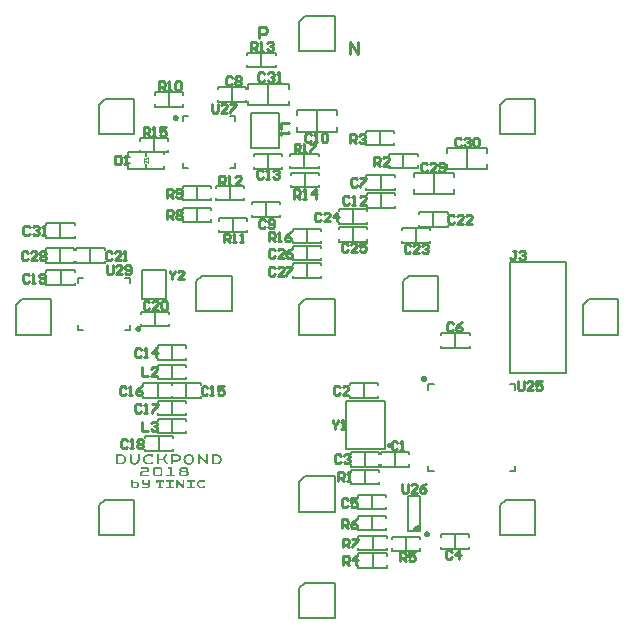
<source format=gto>
%FSTAX23Y23*%
%MOMM*%
%SFA1B1*%

%IPPOS*%
%ADD36C,0.200000*%
%ADD53C,0.250000*%
%ADD54C,0.150000*%
%ADD55C,0.152000*%
%ADD56C,0.100000*%
%ADD57C,0.253999*%
%LNledpendantpcb-1*%
%LPD*%
G36*
X-14184Y-13826D02*
X-1418D01*
X-14175Y-13828*
X-1417Y-13832*
X-14165Y-13836*
X-14162Y-13843*
X-14161Y-13847*
Y-13852*
Y-143*
Y-14301*
Y-14304*
Y-14308*
X-14162Y-14314*
X-14163Y-14321*
X-14164Y-14329*
X-14166Y-14338*
X-14168Y-14348*
X-14171Y-14359*
X-14175Y-14371*
X-1418Y-14382*
X-14186Y-14394*
X-14193Y-14406*
X-14201Y-14418*
X-1421Y-1443*
X-14221Y-14441*
X-14224Y-14443*
X-14227Y-14446*
X-14231Y-1445*
X-14237Y-14454*
X-14244Y-14459*
X-14252Y-14465*
X-14261Y-1447*
X-14271Y-14475*
X-14282Y-14481*
X-14293Y-14486*
X-14306Y-1449*
X-14319Y-14493*
X-14334Y-14496*
X-14348Y-14498*
X-14364Y-14499*
X-14794*
X-14797Y-14498*
X-14802Y-14497*
X-14807Y-14496*
X-14812Y-14492*
X-14815Y-14488*
X-14819Y-14481*
Y-14478*
X-1482Y-14473*
Y-14404*
Y-14403*
X-14819Y-14399*
X-14818Y-14395*
X-14817Y-1439*
X-14813Y-14385*
X-14809Y-14381*
X-14802Y-14378*
X-14798*
X-14793Y-14377*
X-14361*
X-14359*
X-14354Y-14376*
X-14347Y-14374*
X-14339Y-14372*
X-14331Y-14368*
X-14323Y-14362*
X-14315Y-14354*
X-14314Y-14353*
X-14312Y-14351*
X-14309Y-14346*
X-14305Y-14339*
X-14302Y-14331*
X-14299Y-14322*
X-14297Y-14312*
X-14296Y-143*
Y-14248*
Y-14247*
X-14297Y-14244*
X-14298Y-1424*
X-14299Y-14235*
X-14303Y-14232*
X-14308Y-14228*
X-14311Y-14226*
X-14314Y-14225*
X-14319Y-14224*
X-14636*
X-1464Y-14224*
X-14646*
X-14653Y-14222*
X-14661Y-1422*
X-14671Y-14219*
X-14681Y-14217*
X-14692Y-14213*
X-14704Y-1421*
X-14715Y-14205*
X-14727Y-14199*
X-1474Y-14193*
X-14751Y-14185*
X-14763Y-14176*
X-14774Y-14166*
X-14775*
X-14777Y-14163*
X-1478Y-1416*
X-14784Y-14156*
X-14788Y-1415*
X-14793Y-14144*
X-14798Y-14136*
X-14804Y-14127*
X-14809Y-14117*
X-14815Y-14106*
X-1482Y-14095*
X-14824Y-14083*
X-14828Y-1407*
X-14831Y-14056*
X-14833Y-14042*
X-14834Y-14027*
Y-13852*
Y-13851*
X-14833Y-13847*
X-14832Y-13843*
X-1483Y-13838*
X-14827Y-13833*
X-14823Y-13829*
X-14816Y-13826*
X-14812*
X-14808Y-13825*
X-14725*
X-14722Y-13826*
X-14718*
X-14713Y-13828*
X-14708Y-13832*
X-14704Y-13836*
X-14701Y-13843*
X-147Y-13847*
Y-13852*
Y-14025*
Y-14026*
Y-14027*
Y-14028*
X-14699Y-14031*
Y-14037*
X-14697Y-14044*
X-14695Y-14053*
X-14691Y-14062*
X-14687Y-14072*
X-1468Y-1408*
X-14679Y-14081*
X-14677Y-14084*
X-14673Y-14088*
X-14667Y-14091*
X-1466Y-14097*
X-14652Y-141*
X-14642Y-14102*
X-14632Y-14103*
X-14323*
X-14319*
X-14315Y-14102*
X-1431Y-141*
X-14305Y-14097*
X-143Y-14093*
X-14297Y-14086*
Y-14083*
X-14296Y-14078*
Y-13852*
Y-13851*
X-14295Y-13847*
X-14294Y-13843*
X-14293Y-13838*
X-14289Y-13833*
X-14284Y-13829*
X-14282Y-13827*
X-14278Y-13826*
X-14274*
X-14269Y-13825*
X-14188*
X-14184Y-13826*
G37*
G36*
X-11262D02*
X-11258Y-13827D01*
X-11253Y-13828*
X-11248Y-13832*
X-11244Y-13837*
X-11242Y-1384*
X-11241Y-13843*
Y-13848*
X-1124Y-13853*
Y-14472*
Y-14473*
X-11241Y-14476*
Y-1448*
X-11243Y-14485*
X-11247Y-1449*
X-11251Y-14495*
X-11258Y-14498*
X-11262*
X-11267Y-14499*
X-11361*
X-11363Y-14498*
X-11366*
X-11369Y-14497*
X-11372Y-14496*
X-11375Y-14493*
X-11378Y-14491*
X-11779Y-14027*
Y-14472*
Y-14473*
Y-14476*
X-1178Y-1448*
X-11782Y-14485*
X-11785Y-1449*
X-1179Y-14495*
X-11797Y-14498*
X-11801*
X-11805Y-14499*
X-11888*
X-11891Y-14498*
X-11895Y-14497*
X-119Y-14496*
X-11905Y-14492*
X-11909Y-14487*
X-11911Y-14485*
X-11912Y-14481*
Y-14478*
X-11913Y-14472*
Y-13853*
Y-13852*
X-11912Y-13848*
X-11911Y-13844*
X-11909Y-13839*
X-11906Y-13834*
X-11902Y-1383*
X-11895Y-13826*
X-11891*
X-11887Y-13825*
X-11784*
X-11782Y-13826*
X-11779*
X-11775Y-13828*
X-11772Y-1383*
X-11768Y-13832*
X-11765Y-13836*
X-11374Y-14289*
Y-13853*
Y-13852*
Y-13848*
X-11372Y-13844*
X-11371Y-13839*
X-11367Y-13834*
X-11363Y-1383*
X-11356Y-13826*
X-11352*
X-11348Y-13825*
X-11266*
X-11262Y-13826*
G37*
G36*
X-10372D02*
X-10367Y-13827D01*
X-10362Y-13828*
X-10357Y-13832*
X-10354Y-13837*
X-10351Y-1384*
X-1035Y-13843*
Y-13848*
X-10349Y-13853*
Y-1392*
Y-13921*
X-1035Y-13924*
X-10351Y-13928*
X-10352Y-13933*
X-10356Y-13938*
X-10361Y-13943*
X-10364Y-13944*
X-10367Y-13946*
X-10371*
X-10376Y-13947*
X-10593*
X-10596*
X-10601Y-13948*
X-10605Y-1395*
X-1061Y-13954*
X-10614Y-13958*
X-10617Y-13965*
X-10618Y-1397*
Y-13974*
Y-14351*
Y-14352*
Y-14356*
X-10617Y-14359*
X-10615Y-14364*
X-10612Y-14369*
X-10607Y-14374*
X-10601Y-14377*
X-10597Y-14378*
X-10592*
X-10375*
X-10372Y-14379*
X-10367*
X-10362Y-14382*
X-10357Y-14385*
X-10354Y-14389*
X-1035Y-14396*
Y-144*
X-10349Y-14405*
Y-14472*
Y-14473*
X-1035Y-14476*
X-10351Y-1448*
X-10352Y-14485*
X-10356Y-1449*
X-10361Y-14495*
X-10364Y-14496*
X-10367Y-14498*
X-10371*
X-10376Y-14499*
X-10996*
X-11Y-14498*
X-11004Y-14497*
X-11009Y-14496*
X-11014Y-14492*
X-11018Y-14487*
X-1102Y-14485*
X-11021Y-14481*
X-11022Y-14478*
Y-14472*
Y-14405*
Y-14404*
Y-144*
X-11021Y-14397*
X-11019Y-14392*
X-11016Y-14387*
X-11011Y-14382*
X-11008Y-14381*
X-11004Y-14379*
X-11*
X-10995Y-14378*
X-10779*
X-10775*
X-10772Y-14377*
X-10767Y-14375*
X-10762Y-14372*
X-10757Y-14367*
X-10756Y-14364*
X-10754Y-1436*
Y-14356*
X-10753Y-14351*
Y-13974*
Y-13973*
Y-13972*
X-10754Y-1397*
Y-13965*
X-10757Y-1396*
X-1076Y-13955*
X-10764Y-13951*
X-10771Y-13948*
X-10775Y-13947*
X-1078*
X-10996*
X-11Y-13946*
X-11004Y-13945*
X-11009Y-13944*
X-11014Y-1394*
X-11018Y-13935*
X-1102Y-13933*
X-11021Y-13929*
X-11022Y-13925*
Y-1392*
Y-13853*
Y-13852*
Y-13848*
X-11021Y-13844*
X-11019Y-13839*
X-11016Y-13834*
X-11011Y-1383*
X-11008Y-13828*
X-11004Y-13826*
X-11*
X-10995Y-13825*
X-10375*
X-10372Y-13826*
G37*
G36*
X-10855Y-11601D02*
X-1085D01*
X-10843Y-11602*
X-10836Y-11603*
X-10829*
X-1082Y-11605*
X-10802Y-11608*
X-10781Y-11612*
X-10758Y-11618*
X-10733Y-11625*
X-10708Y-11634*
X-10681Y-11646*
X-10653Y-11659*
X-10627Y-11675*
X-10613Y-11684*
X-10599Y-11693*
X-10587Y-11704*
X-10573Y-11715*
X-10561Y-11726*
X-10548Y-11739*
X-10547Y-1174*
X-10546Y-11741*
X-10544Y-11743*
X-10542Y-11745*
X-10539Y-11749*
X-10536Y-11753*
X-10532Y-11758*
X-10527Y-11764*
X-10517Y-11777*
X-10506Y-11793*
X-10494Y-11812*
X-10481Y-11833*
X-10469Y-11856*
X-10457Y-11881*
X-10446Y-11909*
X-10435Y-11938*
X-10427Y-11968*
X-10421Y-12002*
X-10416Y-12036*
Y-12054*
X-10415Y-12072*
Y-12073*
Y-12074*
Y-12077*
Y-1208*
X-10416Y-12085*
Y-12091*
Y-12097*
X-10417Y-12104*
X-10418Y-12113*
X-10419Y-12121*
X-10422Y-12141*
X-10426Y-12163*
X-10432Y-12186*
X-10439Y-12212*
X-10447Y-12238*
X-10458Y-12266*
X-10471Y-12294*
X-10486Y-12322*
X-10504Y-1235*
X-10514Y-12364*
X-10525Y-12377*
X-10536Y-12391*
X-10548Y-12404*
X-10549Y-12405*
X-10551Y-12408*
X-10554Y-1241*
X-10557Y-12413*
X-10561Y-12417*
X-10572Y-12426*
X-10584Y-12436*
X-106Y-12448*
X-10618Y-1246*
X-10637Y-12473*
X-1066Y-12486*
X-10684Y-12498*
X-1071Y-1251*
X-10739Y-1252*
X-10769Y-12529*
X-108Y-12536*
X-10817Y-12538*
X-10834Y-12541*
X-1085*
X-10868Y-12542*
X-10876*
X-10881Y-12541*
X-10886*
X-10893*
X-109Y-1254*
X-10907Y-12539*
X-10916Y-12538*
X-10935Y-12535*
X-10956Y-12531*
X-10978Y-12524*
X-11003Y-12517*
X-11029Y-12508*
X-11056Y-12497*
X-11083Y-12484*
X-1111Y-12468*
X-11123Y-12459*
X-11137Y-1245*
X-1115Y-12439*
X-11164Y-12428*
X-11176Y-12417*
X-11189Y-12404*
X-1119Y-12403*
X-11192Y-124*
X-11194Y-12398*
X-11197Y-12394*
X-11201Y-1239*
X-11205Y-12385*
X-11209Y-12379*
X-1122Y-12366*
X-1123Y-1235*
X-11242Y-12332*
X-11255Y-1231*
X-11268Y-12288*
X-11279Y-12263*
X-1129Y-12235*
X-11301Y-12206*
X-11309Y-12175*
X-11315Y-12142*
X-1132Y-12108*
Y-1209*
X-11321Y-12072*
Y-12071*
Y-1207*
Y-12067*
Y-12063*
X-1132Y-12059*
Y-12053*
Y-12047*
X-11319Y-1204*
X-11318Y-12031*
X-11317Y-12023*
X-11314Y-12003*
X-1131Y-11981*
X-11304Y-11957*
X-11298Y-11932*
X-11289Y-11905*
X-11278Y-11878*
X-11266Y-1185*
X-1125Y-11821*
X-11232Y-11793*
X-11223Y-11779*
X-11212Y-11766*
X-11201Y-11752*
X-11189Y-11739*
X-11188Y-11738*
X-11187*
X-11185Y-11736*
X-11183Y-11734*
X-1118Y-1173*
X-11176Y-11726*
X-11165Y-11717*
X-11152Y-11707*
X-11137Y-11696*
X-11119Y-11684*
X-11099Y-11669*
X-11077Y-11657*
X-11052Y-11644*
X-11026Y-11633*
X-10997Y-11622*
X-10968Y-11613*
X-10936Y-11606*
X-10919Y-11604*
X-10902Y-11602*
X-10886Y-11601*
X-10868*
X-1086*
X-10855*
G37*
G36*
X-09535Y-13826D02*
X-09531Y-13827D01*
X-09526Y-13828*
X-09521Y-13832*
X-09516Y-13837*
X-09515Y-1384*
X-09513Y-13843*
X-09512Y-13848*
Y-13853*
Y-13992*
Y-13993*
Y-13996*
X-09514Y-14*
X-09515Y-14005*
X-09519Y-1401*
X-09525Y-14014*
X-09527Y-14016*
X-0953Y-14018*
X-09535*
X-0954Y-14019*
X-09612*
X-09615Y-14018*
X-09619Y-14017*
X-09624Y-14016*
X-09629Y-14012*
X-09634Y-14007*
X-09635Y-14005*
X-09637Y-14001*
X-09638Y-13997*
Y-13992*
Y-13974*
Y-13973*
Y-13972*
X-09639Y-1397*
Y-13965*
X-09641Y-1396*
X-09645Y-13955*
X-09649Y-13951*
X-09656Y-13948*
X-0966Y-13947*
X-09665*
X-09854*
X-09858*
X-09864Y-13948*
X-09871Y-13949*
X-09879Y-1395*
X-09888Y-13952*
X-09899Y-13955*
X-0991Y-13958*
X-09921Y-13962*
X-09933Y-13967*
X-09945Y-13974*
X-09957Y-13981*
X-09969Y-13989*
X-09981Y-13999*
X-09993Y-1401*
Y-14011*
X-09995Y-14013*
X-09998Y-14017*
X-10002Y-14021*
X-10006Y-14027*
X-10011Y-14035*
X-10016Y-14043*
X-10022Y-14053*
X-10027Y-14063*
X-10033Y-14075*
X-10038Y-14088*
X-10042Y-14101*
X-10046Y-14115*
X-10049Y-14131*
X-10051Y-14146*
X-10052Y-14163*
Y-14164*
Y-14167*
X-10051Y-14172*
Y-14178*
X-1005Y-14186*
X-10048Y-14194*
X-10047Y-14204*
X-10045Y-14215*
X-10041Y-14227*
X-10037Y-1424*
X-10033Y-14252*
X-10027Y-14265*
X-1002Y-14278*
X-10012Y-14291*
X-10003Y-14304*
X-09993Y-14316*
X-09992*
X-0999Y-14318*
X-09986Y-14321*
X-09982Y-14326*
X-09976Y-1433*
X-09969Y-14336*
X-09962Y-14341*
X-09953Y-14347*
X-09943Y-14353*
X-09932Y-14358*
X-0992Y-14364*
X-09907Y-14368*
X-09894Y-14373*
X-0988Y-14376*
X-09865Y-14378*
X-0985*
X-09664*
X-0966*
X-09656Y-14377*
X-09652Y-14375*
X-09646Y-14372*
X-09642Y-14367*
X-0964Y-14364*
X-09639Y-1436*
Y-14356*
X-09638Y-14351*
Y-14332*
Y-14331*
Y-14328*
X-09636Y-14324*
X-09635Y-14319*
X-09631Y-14314*
X-09627Y-1431*
X-09624Y-14308*
X-0962Y-14307*
X-09616Y-14306*
X-09611*
X-09538*
X-09535*
X-09531Y-14307*
X-09526Y-14309*
X-09521Y-14312*
X-09516Y-14317*
X-09513Y-14323*
X-09512Y-14328*
Y-14332*
Y-14472*
Y-14473*
Y-14476*
X-09514Y-1448*
X-09515Y-14485*
X-09519Y-1449*
X-09525Y-14495*
X-09527Y-14496*
X-0953Y-14498*
X-09535*
X-0954Y-14499*
X-09856*
X-09859Y-14498*
X-09863*
X-09868*
X-09873Y-14497*
X-09885Y-14496*
X-09899Y-14494*
X-09914Y-14491*
X-09932Y-14487*
X-0995Y-14481*
X-09969Y-14475*
X-09989Y-14467*
X-10009Y-14457*
X-10029Y-14446*
X-10048Y-14433*
X-10068Y-14418*
X-10078Y-14409*
X-10087Y-144*
X-10088Y-14399*
X-10089Y-14398*
X-10092Y-14396*
X-10096Y-1439*
X-10103Y-14383*
X-1011Y-14373*
X-10118Y-14362*
X-10127Y-14349*
X-10136Y-14334*
X-10146Y-14317*
X-10155Y-14299*
X-10163Y-1428*
X-1017Y-14259*
X-10177Y-14237*
X-10181Y-14213*
X-10185Y-14188*
Y-14176*
X-10186Y-14163*
Y-14162*
Y-14161*
Y-1416*
Y-14157*
X-10185Y-14153*
Y-1415*
Y-14145*
X-10184Y-1414*
Y-14134*
X-10183Y-14127*
X-10181Y-14114*
X-10177Y-14098*
X-10174Y-14081*
X-10168Y-14063*
X-10162Y-14043*
X-10154Y-14023*
X-10144Y-14003*
X-10133Y-13983*
X-1012Y-13963*
X-10104Y-13943*
X-10096Y-13934*
X-10087Y-13924*
X-10086Y-13923*
X-10084Y-13922*
X-10083Y-1392*
X-10077Y-13915*
X-10069Y-13909*
X-1006Y-13901*
X-10048Y-13893*
X-10036Y-13884*
X-10021Y-13874*
X-10004Y-13866*
X-09986Y-13857*
X-09966Y-13848*
X-09945Y-13841*
X-09923Y-13834*
X-099Y-1383*
X-09875Y-13826*
X-09862Y-13825*
X-09538*
X-09535Y-13826*
G37*
G36*
X-1298D02*
X-12975Y-13827D01*
X-1297Y-13828*
X-12965Y-13832*
X-12961Y-13837*
X-12959Y-1384*
X-12958Y-13843*
X-12957Y-13848*
Y-13853*
Y-14026*
Y-14027*
Y-1403*
X-12958Y-14034*
X-1296Y-14039*
X-12963Y-14044*
X-12968Y-14048*
X-12972Y-1405*
X-12975Y-14052*
X-12979*
X-12984Y-14053*
X-13057*
X-1306Y-14052*
X-13064Y-14051*
X-13069Y-14049*
X-13074Y-14046*
X-13078Y-14041*
X-13081Y-14038*
X-13082Y-14034*
Y-14031*
X-13083Y-14026*
Y-13974*
Y-13973*
Y-13972*
Y-1397*
X-13084Y-13965*
X-13086Y-1396*
X-13089Y-13955*
X-13094Y-13951*
X-13101Y-13948*
X-13105Y-13947*
X-13109*
X-13201*
X-13204*
X-13209Y-13948*
X-13213Y-1395*
X-13218Y-13954*
X-13222Y-13958*
X-13225Y-13965*
X-13226Y-1397*
Y-13974*
Y-14351*
Y-14352*
Y-14356*
X-13225Y-14359*
X-13223Y-14364*
X-1322Y-14369*
X-13215Y-14374*
X-13209Y-14377*
X-13205Y-14378*
X-132*
X-13118*
X-13114Y-14379*
X-13111*
X-13106Y-14382*
X-13101Y-14385*
X-13096Y-14389*
X-13093Y-14396*
Y-144*
X-13092Y-14405*
Y-14472*
Y-14473*
X-13093Y-14476*
Y-1448*
X-13096Y-14485*
X-13099Y-1449*
X-13103Y-14495*
X-1311Y-14498*
X-13114*
X-13119Y-14499*
X-1347*
X-13473Y-14498*
X-13478Y-14497*
X-13482Y-14496*
X-13487Y-14492*
X-13491Y-14487*
X-13493Y-14485*
X-13494Y-14481*
X-13495Y-14478*
Y-14472*
Y-14405*
Y-14404*
Y-144*
X-13494Y-14397*
X-13492Y-14392*
X-13489Y-14387*
X-13484Y-14382*
X-13478Y-14379*
X-13474*
X-13469Y-14378*
X-13387*
X-13384*
X-1338Y-14377*
X-13375Y-14375*
X-1337Y-14372*
X-13365Y-14367*
X-13364Y-14364*
X-13362Y-1436*
Y-14356*
X-13361Y-14351*
Y-13974*
Y-13973*
Y-13972*
X-13362Y-1397*
Y-13965*
X-13365Y-1396*
X-13368Y-13955*
X-13372Y-13951*
X-13379Y-13948*
X-13384Y-13947*
X-13388*
X-13479*
X-13483*
X-13487Y-13948*
X-13491Y-1395*
X-13496Y-13954*
X-13501Y-13958*
X-13504Y-13965*
X-13505Y-1397*
Y-13974*
Y-14026*
Y-14027*
X-13506Y-1403*
Y-14034*
X-13509Y-14039*
X-13512Y-14044*
X-13516Y-14048*
X-13523Y-14052*
X-13527*
X-13532Y-14053*
X-13604*
X-13608Y-14052*
X-13612Y-14051*
X-13617Y-14049*
X-13622Y-14046*
X-13626Y-14041*
X-13628Y-14038*
X-13629Y-14034*
X-1363Y-14031*
Y-14026*
Y-13853*
Y-13852*
Y-13848*
X-13629Y-13844*
X-13627Y-13839*
X-13624Y-13834*
X-13619Y-1383*
X-13616Y-13828*
X-13612Y-13826*
X-13608*
X-13603Y-13825*
X-12983*
X-1298Y-13826*
G37*
G36*
X-1234Y-12711D02*
X-12336Y-12713D01*
X-1233Y-12715*
X-12324Y-12719*
X-12319Y-12724*
X-12317Y-12728*
X-12316Y-12732*
X-12315Y-12737*
X-12314Y-12743*
Y-13326*
Y-13327*
Y-13331*
X-12312Y-13336*
X-1231Y-13342*
X-12307Y-13347*
X-12301Y-13353*
X-12297Y-13355*
X-12293Y-13357*
X-12288*
X-12283Y-13358*
X-12029*
X-12025*
X-1202Y-13359*
X-12014Y-13362*
X-12009Y-13366*
X-12004Y-13371*
X-12001Y-13379*
X-11999Y-13384*
Y-13389*
Y-13467*
Y-13468*
Y-13469*
X-12Y-13472*
X-12001Y-13477*
X-12003Y-13483*
X-12007Y-13489*
X-12012Y-13494*
X-1202Y-13498*
X-12025*
X-1203Y-13499*
X-12757*
X-1276Y-13498*
X-12765Y-13497*
X-1277Y-13495*
X-12776Y-13491*
X-12781Y-13485*
X-12783Y-13482*
X-12785Y-13478*
Y-13473*
X-12786Y-13467*
Y-13389*
Y-13388*
X-12785Y-13384*
X-12784Y-13379*
X-12782Y-13373*
X-12778Y-13368*
X-12773Y-13362*
X-12765Y-13359*
X-12761Y-13358*
X-12755*
X-12502*
X-12498Y-13357*
X-12493Y-13356*
X-12487Y-13354*
X-12481Y-1335*
X-12476Y-13344*
X-12474Y-13341*
X-12472Y-13336*
Y-13332*
X-12471Y-13326*
Y-12884*
Y-12883*
X-12472Y-12879*
X-12473Y-12875*
X-12475Y-12869*
X-12479Y-12863*
X-12485Y-12858*
X-12489Y-12856*
X-12492Y-12855*
X-12498Y-12854*
X-12503Y-12853*
X-12605*
X-12608*
X-12614Y-12851*
X-12619Y-12849*
X-12625Y-12845*
X-1263Y-1284*
X-12632Y-12836*
X-12633Y-12832*
X-12634Y-12827*
Y-12822*
Y-12743*
Y-12742*
Y-12738*
X-12632Y-12733*
X-1263Y-12727*
X-12626Y-12721*
X-12621Y-12716*
X-12614Y-12712*
X-12609Y-12711*
X-12604*
X-12344*
X-1234*
G37*
G36*
X-13331D02*
X-13324Y-12712D01*
X-13316Y-12713*
X-13306Y-12715*
X-13295Y-12717*
X-13283Y-12719*
X-1327Y-12723*
X-13257Y-12728*
X-13243Y-12733*
X-13229Y-12739*
X-13215Y-12747*
X-132Y-12756*
X-13187Y-12766*
X-13174Y-12779*
X-13173*
X-13171Y-12782*
X-13167Y-12786*
X-13163Y-12791*
X-13158Y-12798*
X-13152Y-12805*
X-13145Y-12814*
X-13139Y-12825*
X-13132Y-12836*
X-13126Y-12849*
X-13121Y-12862*
X-13115Y-12877*
X-13111Y-12891*
X-13108Y-12908*
X-13105Y-12924*
X-13104Y-12942*
Y-13268*
Y-13269*
Y-13272*
X-13105Y-13277*
X-13106Y-13284*
Y-13292*
X-13108Y-13301*
X-1311Y-13312*
X-13113Y-13324*
X-13117Y-13336*
X-13121Y-1335*
X-13127Y-13364*
X-13134Y-13377*
X-13141Y-13391*
X-13151Y-13405*
X-13161Y-13419*
X-13174Y-13432*
X-13177Y-13434*
X-13181Y-13438*
X-13186Y-13442*
X-13193Y-13447*
X-132Y-13453*
X-1321Y-13459*
X-1322Y-13465*
X-13232Y-13472*
X-13244Y-13478*
X-13258Y-13483*
X-13273Y-13489*
X-13288Y-13493*
X-13305Y-13496*
X-13322Y-13498*
X-1334Y-13499*
X-13661*
X-13666Y-13498*
X-13673*
X-13681Y-13497*
X-13691Y-13495*
X-13702Y-13493*
X-13714Y-13491*
X-13726Y-13487*
X-1374Y-13483*
X-13753Y-13477*
X-13768Y-13471*
X-13782Y-13463*
X-13796Y-13454*
X-1381Y-13443*
X-13823Y-13432*
Y-13431*
X-13826Y-13428*
X-13829Y-13425*
X-13834Y-13419*
X-13839Y-13413*
X-13845Y-13405*
X-13851Y-13396*
X-13857Y-13386*
X-13864Y-13374*
X-13869Y-13362*
X-13875Y-13348*
X-1388Y-13335*
X-13885Y-13318*
X-13888Y-13302*
X-13891Y-13285*
Y-13268*
Y-12942*
Y-12941*
Y-12937*
Y-12933*
X-1389Y-12926*
X-13889Y-12918*
X-13888Y-12908*
X-13886Y-12897*
X-13883Y-12886*
X-13879Y-12873*
X-13875Y-1286*
X-13869Y-12847*
X-13862Y-12833*
X-13855Y-12819*
X-13845Y-12805*
X-13835Y-12792*
X-13823Y-12779*
X-13822Y-12778*
X-1382Y-12776*
X-13816Y-12772*
X-1381Y-12768*
X-13804Y-12763*
X-13796Y-12757*
X-13787Y-12751*
X-13776Y-12744*
X-13764Y-12739*
X-13752Y-12732*
X-13738Y-12726*
X-13724Y-12721*
X-13708Y-12717*
X-13691Y-12713*
X-13674Y-12711*
X-13656*
X-13336*
X-13331*
G37*
G36*
X-1445D02*
X-14443Y-12712D01*
X-14435Y-12713*
X-14425Y-12715*
X-14414Y-12717*
X-14402Y-12719*
X-14389Y-12723*
X-14375Y-12728*
X-14362Y-12733*
X-14347Y-1274*
X-14333Y-12748*
X-1432Y-12757*
X-14305Y-12767*
X-14292Y-12779*
Y-1278*
X-14289Y-12783*
X-14286Y-12787*
X-14281Y-12792*
X-14276Y-12798*
X-1427Y-12806*
X-14264Y-12815*
X-14257Y-12825*
X-14251Y-12837*
X-14245Y-1285*
X-14239Y-12863*
X-14234Y-12878*
X-1423Y-12893*
X-14226Y-1291*
X-14224Y-12926*
X-14224Y-12944*
Y-12945*
Y-12948*
X-14224Y-12954*
Y-1296*
X-14225Y-12969*
X-14227Y-12978*
X-14229Y-12989*
X-14231Y-13001*
X-14235Y-13013*
X-1424Y-13026*
X-14246Y-1304*
X-14252Y-13054*
X-1426Y-13068*
X-1427Y-13082*
X-1428Y-13095*
X-14292Y-13108*
X-14293Y-13109*
X-14296Y-13111*
X-14299Y-13115*
X-14305Y-13119*
X-14311Y-13124*
X-1432Y-1313*
X-14329Y-13136*
X-14339Y-13142*
X-14351Y-13149*
X-14364Y-13154*
X-14377Y-1316*
X-14392Y-13165*
X-14408Y-13169*
X-14424Y-13173*
X-14442Y-13175*
X-1446Y-13176*
X-14766*
X-14768*
X-14774Y-13177*
X-14782Y-13179*
X-14791Y-13182*
X-14801Y-13187*
X-1481Y-13194*
X-14819Y-13203*
X-1482Y-13204*
X-14822Y-13208*
X-14826Y-13213*
X-1483Y-13221*
X-14834Y-1323*
X-14838Y-13241*
X-1484Y-13253*
X-14841Y-13266*
Y-13326*
Y-13327*
X-1484Y-13331*
X-14839Y-13336*
X-14837Y-13341*
X-14833Y-13347*
X-14828Y-13352*
X-1482Y-13355*
X-14816Y-13356*
X-14811Y-13357*
X-14276*
X-14272*
X-14266Y-13358*
X-14261Y-1336*
X-14255Y-13364*
X-1425Y-1337*
X-14248Y-13374*
X-14246Y-13378*
X-14245Y-13383*
X-14244Y-13389*
Y-13467*
Y-13468*
Y-13469*
X-14245Y-13472*
X-14246Y-13477*
X-14248Y-13483*
X-14252Y-13489*
X-14258Y-13494*
X-14262Y-13496*
X-14266Y-13498*
X-14271*
X-14277Y-13499*
X-14969*
X-14972Y-13498*
X-14977Y-13497*
X-14983Y-13495*
X-14989Y-13491*
X-14994Y-13485*
X-14996Y-13482*
X-14998Y-13478*
Y-13473*
X-14999Y-13467*
Y-13266*
Y-13265*
Y-13262*
X-14998Y-13257*
Y-1325*
X-14997Y-13242*
X-14995Y-13233*
X-14993Y-13222*
X-14991Y-1321*
X-14987Y-13197*
X-14982Y-13184*
X-14977Y-13171*
X-1497Y-13157*
X-14962Y-13143*
X-14953Y-13129*
X-14943Y-13116*
X-1493Y-13103*
Y-13102*
X-14927Y-13099*
X-14923Y-13096*
X-14918Y-13092*
X-14912Y-13087*
X-14903Y-13081*
X-14894Y-13075*
X-14884Y-13068*
X-14872Y-13062*
X-14859Y-13056*
X-14846Y-1305*
X-14831Y-13045*
X-14815Y-13041*
X-14798Y-13037*
X-14781Y-13035*
X-14763*
X-14456*
X-14454Y-13034*
X-14448Y-13033*
X-1444Y-13031*
X-14431Y-13028*
X-14422Y-13024*
X-14412Y-13017*
X-14403Y-13008*
X-14402Y-13007*
X-14399Y-13004*
X-14396Y-12998*
X-14391Y-1299*
X-14387Y-12981*
X-14384Y-1297*
X-14381Y-12958*
X-1438Y-12944*
Y-12943*
Y-12942*
Y-1294*
Y-12937*
X-14381Y-1293*
X-14382Y-12921*
X-14386Y-12912*
X-1439Y-12901*
X-14395Y-1289*
X-14403Y-12879*
X-14404Y-12878*
X-14407Y-12875*
X-14412Y-12871*
X-14419Y-12866*
X-14427Y-1286*
X-14437Y-12856*
X-14448Y-12853*
X-14459Y-12852*
X-14919*
X-14923Y-12851*
X-14927Y-1285*
X-14933Y-12848*
X-14939Y-12844*
X-14944Y-12839*
X-14948Y-12831*
Y-12827*
X-14949Y-12822*
Y-12743*
Y-12742*
X-14948Y-12738*
X-14947Y-12733*
X-14945Y-12727*
X-14941Y-12721*
X-14936Y-12716*
X-14932Y-12714*
X-14928Y-12712*
X-14923Y-12711*
X-14917*
X-14456*
X-1445*
G37*
G36*
X-12153Y-13826D02*
X-12149Y-13827D01*
X-12144Y-13828*
X-12139Y-13832*
X-12135Y-13837*
X-12133Y-1384*
X-12132Y-13843*
X-12131Y-13848*
X-1213Y-13853*
Y-1392*
Y-13921*
X-12131Y-13924*
X-12132Y-13928*
X-12134Y-13933*
X-12137Y-13938*
X-12142Y-13943*
X-12145Y-13944*
X-12149Y-13946*
X-12153*
X-12158Y-13947*
X-12375*
X-12377*
X-12382Y-13948*
X-12386Y-1395*
X-12391Y-13954*
X-12396Y-13958*
X-12398Y-13965*
X-12399Y-1397*
X-124Y-13974*
Y-14351*
Y-14352*
X-12399Y-14356*
X-12398Y-14359*
X-12396Y-14364*
X-12393Y-14369*
X-12388Y-14374*
X-12382Y-14377*
X-12378Y-14378*
X-12374*
X-12156*
X-12153Y-14379*
X-12149*
X-12144Y-14382*
X-12139Y-14385*
X-12135Y-14389*
X-12132Y-14396*
X-12131Y-144*
X-1213Y-14405*
Y-14472*
Y-14473*
X-12131Y-14476*
X-12132Y-1448*
X-12134Y-14485*
X-12137Y-1449*
X-12142Y-14495*
X-12145Y-14496*
X-12149Y-14498*
X-12153*
X-12158Y-14499*
X-12778*
X-12781Y-14498*
X-12785Y-14497*
X-1279Y-14496*
X-12795Y-14492*
X-12799Y-14487*
X-12801Y-14485*
X-12803Y-14481*
Y-14478*
X-12804Y-14472*
Y-14405*
Y-14404*
X-12803Y-144*
X-12802Y-14397*
X-128Y-14392*
X-12797Y-14387*
X-12792Y-14382*
X-12789Y-14381*
X-12785Y-14379*
X-12782*
X-12777Y-14378*
X-1256*
X-12557*
X-12553Y-14377*
X-12548Y-14375*
X-12543Y-14372*
X-12539Y-14367*
X-12537Y-14364*
X-12536Y-1436*
X-12535Y-14356*
Y-14351*
Y-13974*
Y-13973*
Y-13972*
Y-1397*
X-12536Y-13965*
X-12538Y-1396*
X-12541Y-13955*
X-12546Y-13951*
X-12552Y-13948*
X-12557Y-13947*
X-12561*
X-12778*
X-12781Y-13946*
X-12785Y-13945*
X-1279Y-13944*
X-12795Y-1394*
X-12799Y-13935*
X-12801Y-13933*
X-12803Y-13929*
Y-13925*
X-12804Y-1392*
Y-13853*
Y-13852*
X-12803Y-13848*
X-12802Y-13844*
X-128Y-13839*
X-12797Y-13834*
X-12792Y-1383*
X-12789Y-13828*
X-12785Y-13826*
X-12782*
X-12777Y-13825*
X-12156*
X-12153Y-13826*
G37*
G36*
X-15639D02*
X-15637Y-13827D01*
X-15634Y-13828*
X-15631Y-1383*
X-15627Y-13833*
X-15624Y-13837*
X-15623*
X-15622Y-13838*
X-15621Y-13841*
X-15619Y-13843*
X-15616Y-13851*
Y-13855*
X-15615Y-13859*
Y-13945*
Y-13946*
X-15614Y-1395*
Y-13954*
X-15612Y-13959*
X-15609Y-13965*
X-15606Y-1397*
X-156Y-13972*
X-15597Y-13973*
X-15593Y-13974*
X-15276*
X-15272*
X-15266Y-13975*
X-15259*
X-15251Y-13977*
X-15241Y-13978*
X-15231Y-13981*
X-1522Y-13984*
X-15209Y-13988*
X-15197Y-13993*
X-15185Y-13999*
X-15173Y-14006*
X-1516Y-14013*
X-15149Y-14023*
X-15138Y-14033*
X-15137Y-14034*
X-15135Y-14036*
X-15132Y-14039*
X-15128Y-14044*
X-15124Y-14049*
X-15119Y-14057*
X-15113Y-14064*
X-15108Y-14073*
X-15102Y-14083*
X-15097Y-14094*
X-15092Y-14106*
X-15088Y-14118*
X-15084Y-14131*
X-15081Y-14145*
X-15079Y-1416*
X-15078Y-14175*
Y-14299*
Y-143*
Y-14303*
X-15079Y-14307*
X-1508Y-14313*
Y-1432*
X-15082Y-14328*
X-15083Y-14337*
X-15086Y-14348*
X-15089Y-14358*
X-15093Y-1437*
X-15098Y-14382*
X-15103Y-14393*
X-1511Y-14405*
X-15118Y-14418*
X-15127Y-14429*
X-15138Y-1444*
Y-14441*
X-1514Y-14443*
X-15144Y-14446*
X-15148Y-1445*
X-15154Y-14454*
X-1516Y-14459*
X-15169Y-14464*
X-15178Y-1447*
X-15188Y-14475*
X-15198Y-1448*
X-1521Y-14485*
X-15222Y-1449*
X-15236Y-14493*
X-1525Y-14496*
X-15264Y-14498*
X-1528Y-14499*
X-15552*
X-15556Y-14498*
X-15562*
X-15569Y-14497*
X-15577Y-14496*
X-15587Y-14494*
X-15597Y-14492*
X-15608Y-14488*
X-15619Y-14485*
X-15631Y-1448*
X-15643Y-14474*
X-15655Y-14467*
X-15667Y-1446*
X-15679Y-14451*
X-1569Y-1444*
X-15691*
X-15693Y-14438*
X-15696Y-14434*
X-157Y-1443*
X-15704Y-14424*
X-15709Y-14418*
X-15714Y-14409*
X-1572Y-144*
X-15725Y-14391*
X-1573Y-1438*
X-15735Y-14368*
X-1574Y-14356*
X-15743Y-14343*
X-15746Y-14329*
X-15748Y-14314*
X-15749Y-14299*
Y-13859*
Y-13858*
Y-13857*
X-15748Y-13854*
Y-13852*
X-15748Y-13848*
X-15746Y-13844*
X-15743Y-1384*
X-15741Y-13836*
X-1574*
X-15739Y-13835*
X-15737Y-13833*
X-15735Y-13831*
X-15729Y-13827*
X-15725Y-13826*
X-15721Y-13825*
X-15641*
X-15639Y-13826*
G37*
G36*
X-11137Y-12713D02*
X-1113D01*
X-11121Y-12714*
X-11112Y-12716*
X-111Y-12718*
X-11088Y-1272*
X-11075Y-12724*
X-11062Y-12729*
X-11049Y-12734*
X-11034Y-12741*
X-1102Y-12748*
X-11006Y-12757*
X-10992Y-12768*
X-10979Y-1278*
X-10978Y-12781*
X-10975Y-12783*
X-10972Y-12787*
X-10968Y-12792*
X-10963Y-12799*
X-10957Y-12807*
X-1095Y-12816*
X-10944Y-12827*
X-10937Y-12838*
X-10931Y-1285*
X-10926Y-12864*
X-1092Y-12878*
X-10916Y-12893*
X-10913Y-1291*
X-1091Y-12926*
X-10909Y-12944*
Y-12945*
Y-12947*
Y-12952*
X-1091Y-12958*
X-10911Y-12964*
X-10912Y-12972*
X-10913Y-12981*
X-10915Y-12991*
X-10918Y-13002*
X-10922Y-13013*
X-10925Y-13025*
X-1093Y-13037*
X-10935Y-13049*
X-10942Y-13062*
X-1095Y-13074*
X-10958Y-13086*
X-10957*
X-10954Y-13089*
X-1095Y-13093*
X-10944Y-13098*
X-10937Y-13105*
X-1093Y-13114*
X-10922Y-13123*
X-10913Y-13134*
X-10904Y-13147*
X-10896Y-1316*
X-10888Y-13175*
X-10882Y-13191*
X-10876Y-13209*
X-10871Y-13228*
X-10869Y-13247*
X-10867Y-13268*
Y-13269*
Y-13272*
X-10868Y-13277*
X-10869Y-13284*
Y-13292*
X-10871Y-13301*
X-10873Y-13312*
X-10876Y-13324*
X-1088Y-13336*
X-10884Y-1335*
X-1089Y-13364*
X-10897Y-13377*
X-10905Y-13391*
X-10914Y-13405*
X-10925Y-13419*
X-10937Y-13432*
X-10938*
X-10941Y-13434*
X-10944Y-13438*
X-1095Y-13442*
X-10956Y-13447*
X-10964Y-13453*
X-10974Y-13459*
X-10984Y-13465*
X-10996Y-13472*
X-11009Y-13478*
X-11022Y-13483*
X-11037Y-13489*
X-11053Y-13493*
X-11069Y-13496*
X-11086Y-13498*
X-11104Y-13499*
X-11475*
X-1148Y-13498*
X-11487*
X-11495Y-13497*
X-11505Y-13495*
X-11516Y-13493*
X-11528Y-13491*
X-11541Y-13487*
X-11554Y-13483*
X-11568Y-13477*
X-11582Y-13471*
X-11596Y-13463*
X-1161Y-13454*
X-11624Y-13443*
X-11637Y-13432*
X-11638Y-13431*
X-11641Y-13428*
X-11644Y-13425*
X-11648Y-13419*
X-11654Y-13413*
X-11659Y-13405*
X-11665Y-13396*
X-11672Y-13386*
X-11678Y-13374*
X-11685Y-13362*
X-11691Y-13348*
X-11696Y-13335*
X-117Y-13318*
X-11704Y-13302*
X-11706Y-13285*
X-11707Y-13268*
Y-13267*
Y-13266*
Y-13263*
X-11706Y-13257*
X-11705Y-13249*
X-11704Y-13239*
X-11702Y-13228*
X-11699Y-13216*
X-11696Y-13202*
X-11691Y-13188*
X-11685Y-13173*
X-11678Y-13158*
X-11669Y-13143*
X-11658Y-13128*
X-11647Y-13113*
X-11632Y-13099*
X-11617Y-13086*
Y-13085*
X-11619Y-13083*
X-11621Y-13079*
X-11624Y-13075*
X-11628Y-13069*
X-11632Y-13062*
X-11636Y-13053*
X-11641Y-13044*
X-11645Y-13035*
X-1165Y-13024*
X-11654Y-13012*
X-11658Y-13*
X-11661Y-12986*
X-11663Y-12972*
X-11665Y-12959*
Y-12944*
Y-12943*
Y-12939*
Y-12935*
X-11664Y-12928*
X-11663Y-12919*
X-11661Y-1291*
X-11659Y-12899*
X-11657Y-12888*
X-11653Y-12875*
X-11648Y-12862*
X-11643Y-12848*
X-11636Y-12834*
X-11628Y-1282*
X-11619Y-12807*
X-11609Y-12793*
X-11597Y-1278*
X-11596Y-12779*
X-11593Y-12777*
X-1159Y-12774*
X-11584Y-1277*
X-11578Y-12765*
X-11569Y-12759*
X-1156Y-12752*
X-1155Y-12746*
X-11538Y-1274*
X-11525Y-12733*
X-11512Y-12728*
X-11497Y-12722*
X-11481Y-12719*
X-11464Y-12715*
X-11447Y-12713*
X-1143Y-12712*
X-11142*
X-11137Y-12713*
G37*
G36*
X-1393Y-11643D02*
X-13924Y-11645D01*
X-13918Y-11647*
X-13912Y-11651*
X-13906Y-11658*
X-13904Y-11662*
X-13902Y-11666*
X-13901Y-11672*
X-139Y-11678*
Y-11855*
Y-11856*
X-13901Y-1186*
X-13903Y-11865*
X-13905Y-11871*
X-13909Y-11878*
X-13915Y-11883*
X-13919Y-11885*
X-13924Y-11888*
X-13929*
X-13936Y-11889*
X-14028*
X-14032Y-11888*
X-14037Y-11887*
X-14043Y-11885*
X-1405Y-11881*
X-14055Y-11874*
X-14057Y-11871*
X-14059Y-11866*
X-1406Y-11861*
X-14061Y-11855*
Y-11831*
Y-1183*
X-14062Y-11826*
Y-11821*
X-14065Y-11814*
X-14069Y-11808*
X-14075Y-11802*
X-14083Y-11799*
X-14089Y-11798*
X-14095*
X-14335*
X-1434*
X-14347Y-11799*
X-14356Y-118*
X-14367Y-11802*
X-14379Y-11805*
X-14392Y-11807*
X-14406Y-11812*
X-1442Y-11817*
X-14436Y-11824*
X-14451Y-11831*
X-14466Y-1184*
X-14482Y-11851*
X-14496Y-11864*
X-14511Y-11878*
X-14512*
X-14515Y-11881*
X-14518Y-11886*
X-14523Y-11892*
X-14529Y-119*
X-14535Y-11909*
X-14541Y-1192*
X-14548Y-11932*
X-14555Y-11945*
X-14563Y-1196*
X-14569Y-11976*
X-14574Y-11993*
X-14579Y-12011*
X-14583Y-12031*
X-14586Y-12051*
Y-12072*
Y-12073*
Y-12077*
Y-12083*
X-14585Y-12091*
X-14584Y-12101*
X-14582Y-12112*
X-1458Y-12125*
X-14577Y-12139*
X-14573Y-12154*
X-14568Y-1217*
X-14562Y-12185*
X-14555Y-12202*
X-14546Y-12218*
X-14536Y-12234*
X-14525Y-12251*
X-14511Y-12266*
X-1451Y-12267*
X-14508Y-1227*
X-14503Y-12273*
X-14498Y-12279*
X-14491Y-12284*
X-14482Y-12291*
X-14472Y-12298*
X-1446Y-12306*
X-14448Y-12313*
X-14434Y-1232*
X-14419Y-12327*
X-14403Y-12333*
X-14386Y-12339*
X-14368Y-12342*
X-14349Y-12345*
X-1433Y-12346*
X-14093*
X-14089Y-12345*
X-14084Y-12344*
X-14078Y-12341*
X-14071Y-12337*
X-14066Y-12331*
X-14064Y-12327*
X-14062Y-12322*
Y-12317*
X-14061Y-12311*
Y-12287*
Y-12286*
X-1406Y-12282*
X-14059Y-12277*
X-14057Y-1227*
X-14052Y-12264*
X-14046Y-12258*
X-14043Y-12256*
X-14038Y-12255*
X-14033Y-12254*
X-14026Y-12253*
X-13934*
X-1393Y-12254*
X-13924Y-12255*
X-13918Y-12258*
X-13912Y-12262*
X-13906Y-12268*
X-13902Y-12276*
X-13901Y-12282*
X-139Y-12287*
Y-12465*
Y-12466*
X-13901Y-1247*
X-13903Y-12475*
X-13905Y-12481*
X-13909Y-12488*
X-13915Y-12493*
X-13919Y-12495*
X-13924Y-12498*
X-13929*
X-13936Y-12499*
X-14337*
X-14342Y-12498*
X-14346*
X-14353*
X-14359Y-12497*
X-14375Y-12495*
X-14392Y-12493*
X-14412Y-12488*
X-14434Y-12484*
X-14457Y-12476*
X-14481Y-12469*
X-14506Y-12458*
X-14532Y-12446*
X-14557Y-12431*
X-14582Y-12415*
X-14608Y-12396*
X-14619Y-12385*
X-14631Y-12374*
Y-12373*
X-14633Y-12372*
X-14634Y-1237*
X-14637Y-12368*
X-14643Y-12361*
X-14651Y-12351*
X-1466Y-12339*
X-14671Y-12325*
X-14682Y-12308*
X-14694Y-12289*
X-14706Y-12268*
X-14717Y-12245*
X-14728Y-1222*
X-14737Y-12194*
X-14745Y-12166*
X-14751Y-12135*
X-14755Y-12104*
X-14756Y-12088*
X-14757Y-12072*
Y-12071*
Y-1207*
Y-12068*
Y-12065*
X-14756Y-1206*
Y-12055*
X-14755Y-12049*
Y-12042*
X-14754Y-12035*
X-14753Y-12027*
X-1475Y-12009*
X-14746Y-11989*
X-14741Y-11968*
X-14734Y-11945*
X-14726Y-1192*
X-14716Y-11895*
X-14704Y-11869*
X-14689Y-11843*
X-14673Y-11818*
X-14653Y-11793*
X-14643Y-11781*
X-14631Y-11769*
Y-11768*
X-1463Y-11767*
X-14628Y-11766*
X-14626Y-11763*
X-14619Y-11757*
X-14609Y-11749*
X-14597Y-11739*
X-14582Y-11729*
X-14566Y-11717*
X-14547Y-11705*
X-14526Y-11694*
X-14503Y-11684*
X-14478Y-11672*
X-14451Y-11662*
X-14423Y-11654*
X-14393Y-11648*
X-14362Y-11644*
X-14346Y-11643*
X-13934*
X-1393*
G37*
G36*
X-15059D02*
X-15053Y-11645D01*
X-15047Y-11647*
X-1504Y-11651*
X-15035Y-11658*
X-15032Y-11662*
X-1503Y-11666*
Y-11672*
X-15029Y-11678*
Y-12073*
Y-12074*
Y-12075*
Y-12078*
Y-12082*
X-1503Y-12086*
Y-12091*
Y-12097*
X-15031Y-12104*
X-15032Y-12111*
Y-1212*
X-15035Y-12138*
X-1504Y-12159*
X-15044Y-12182*
X-15051Y-12206*
X-1506Y-12231*
X-1507Y-12257*
X-15082Y-12283*
X-15097Y-1231*
X-15113Y-12336*
X-15132Y-12362*
X-15144Y-12374*
X-15155Y-12387*
X-15156Y-12389*
X-15158Y-12391*
X-15161Y-12393*
X-15168Y-12399*
X-15177Y-12408*
X-15189Y-12417*
X-15204Y-12429*
X-15221Y-1244*
X-1524Y-12452*
X-15261Y-12465*
X-15284Y-12476*
X-15309Y-12487*
X-15336Y-12497*
X-15365Y-12505*
X-15394Y-12512*
X-15426Y-12516*
X-15442Y-12517*
X-15458*
X-15466*
X-1547*
X-15475*
X-15481Y-12516*
X-15488Y-12515*
X-15503Y-12513*
X-15521Y-1251*
X-1554Y-12506*
X-15562Y-12501*
X-15586Y-12494*
X-15609Y-12486*
X-15635Y-12475*
X-1566Y-12462*
X-15685Y-12448*
X-15711Y-1243*
X-15723Y-1242*
X-15736Y-1241*
X-15748Y-12399*
X-1576Y-12387*
Y-12386*
X-15761*
X-15763Y-12384*
X-15766Y-12381*
X-15768Y-12378*
X-15771Y-12374*
X-1578Y-12364*
X-15789Y-12351*
X-15799Y-12336*
X-15811Y-12319*
X-15823Y-12299*
X-15835Y-12277*
X-15846Y-12253*
X-15856Y-12227*
X-15866Y-122*
X-15875Y-1217*
X-1588Y-12139*
X-15884Y-12107*
X-15885Y-1209*
Y-12073*
Y-11678*
Y-11677*
Y-11672*
X-15883Y-11667*
X-15881Y-1166*
X-15877Y-11654*
X-1587Y-11648*
X-15867Y-11646*
X-15862Y-11644*
X-15857Y-11643*
X-15851*
X-15748*
X-15743*
X-15737Y-11645*
X-15731Y-11647*
X-15725Y-11651*
X-15719Y-11658*
X-15717Y-11662*
X-15715Y-11666*
X-15714Y-11672*
Y-11678*
Y-12073*
Y-12075*
Y-12078*
X-15713Y-12085*
X-15712Y-12093*
X-15711Y-12103*
X-15709Y-12114*
X-15707Y-12128*
X-15704Y-12142*
X-157Y-12157*
X-15695Y-12173*
X-1569Y-12189*
X-15682Y-12206*
X-15673Y-12223*
X-15664Y-1224*
X-15652Y-12256*
X-15639Y-12272*
X-15638Y-12273*
X-15635Y-12276*
X-15631Y-1228*
X-15626Y-12285*
X-15619Y-12291*
X-15609Y-12298*
X-156Y-12306*
X-15588Y-12313*
X-15576Y-12321*
X-15562Y-12329*
X-15547Y-12336*
X-15531Y-12342*
X-15514Y-12347*
X-15496Y-12351*
X-15478Y-12354*
X-15458Y-12355*
X-15453*
X-15448Y-12354*
X-1544Y-12353*
X-15431Y-12352*
X-1542Y-12351*
X-15408Y-12348*
X-15395Y-12344*
X-15381Y-1234*
X-15367Y-12334*
X-15351Y-12328*
X-15336Y-1232*
X-1532Y-1231*
X-15305Y-123*
X-1529Y-12287*
X-15276Y-12272*
X-15275*
X-15272Y-12269*
X-15269Y-12264*
X-15264Y-12258*
X-15258Y-1225*
X-15252Y-1224*
X-15245Y-12229*
X-15238Y-12216*
X-15231Y-12203*
X-15225Y-12187*
X-15218Y-12171*
X-15213Y-12154*
X-15208Y-12135*
X-15204Y-12116*
X-15201Y-12094*
Y-12073*
Y-11678*
Y-11677*
X-152Y-11675*
X-15199Y-11671*
X-15196Y-11667*
X-15192Y-11661*
X-15186Y-11655*
X-15182Y-11652*
X-15177Y-11649*
X-15173Y-11646*
X-15166Y-11643*
X-15063*
X-15059*
G37*
G36*
X-09298D02*
X-09293Y-11645D01*
X-09287Y-11647*
X-09281Y-11651*
X-09275Y-11658*
X-09273Y-11662*
X-09272Y-11666*
X-09271Y-11672*
X-09271Y-11678*
Y-12465*
Y-12466*
X-09271Y-1247*
X-09272Y-12475*
X-09274Y-12481*
X-09279Y-12488*
X-09284Y-12493*
X-09293Y-12498*
X-09298*
X-09304Y-12499*
X-09424*
X-09426Y-12498*
X-0943*
X-09434Y-12496*
X-09438Y-12495*
X-09442Y-12492*
X-09445Y-12488*
X-09955Y-119*
Y-12465*
Y-12466*
Y-1247*
X-09956Y-12475*
X-09959Y-12481*
X-09963Y-12488*
X-09969Y-12493*
X-09977Y-12498*
X-09983*
X-09989Y-12499*
X-10093*
X-10097Y-12498*
X-10103Y-12497*
X-10108Y-12495*
X-10114Y-12491*
X-1012Y-12484*
X-10122Y-12481*
X-10124Y-12476*
Y-12471*
X-10125Y-12465*
Y-11678*
Y-11677*
X-10124Y-11672*
X-10123Y-11667*
X-10121Y-1166*
X-10117Y-11654*
X-10111Y-11648*
X-10103Y-11644*
X-10098Y-11643*
X-10092*
X-09961*
X-09958*
X-09955Y-11644*
X-09951Y-11646*
X-09946Y-11648*
X-09941Y-11652*
X-09937Y-11656*
X-0944Y-12232*
Y-11678*
Y-11677*
Y-11672*
X-09438Y-11667*
X-09436Y-1166*
X-09432Y-11654*
X-09426Y-11648*
X-09418Y-11644*
X-09413Y-11643*
X-09407*
X-09303*
X-09298*
G37*
G36*
X-1275D02*
X-12745Y-11645D01*
X-12739Y-11647*
X-12732Y-11651*
X-12727Y-11658*
X-12725Y-11662*
X-12723Y-11666*
Y-11672*
X-12722Y-11678*
Y-11679*
X-12723Y-11682*
Y-11687*
X-12725Y-11693*
X-12869Y-12027*
Y-12028*
X-1287Y-12029*
Y-12032*
X-12871Y-12035*
Y-1204*
X-1287Y-12044*
X-12869Y-12049*
X-12866Y-12055*
X-12634Y-12443*
X-12633*
Y-12444*
X-12631Y-12446*
X-12629Y-12449*
X-12626Y-12456*
Y-1246*
X-12625Y-12465*
Y-12466*
X-12626Y-1247*
X-12627Y-12475*
X-12629Y-12481*
X-12633Y-12488*
X-1264Y-12493*
X-12644Y-12495*
X-12648Y-12498*
X-12654*
X-1266Y-12499*
X-12796*
X-12799Y-12498*
X-12804Y-12497*
X-12808Y-12495*
X-12813Y-12492*
X-12818Y-12488*
X-12822Y-12482*
X-13008Y-12165*
Y-12164*
X-13009Y-12162*
X-13011Y-12159*
X-13014Y-12156*
X-13018Y-12154*
X-13023Y-12151*
X-13029Y-12149*
X-13036Y-12148*
X-13359*
X-13362Y-12149*
X-13368Y-1215*
X-13373Y-12152*
X-1338Y-12156*
X-13385Y-12163*
X-13388Y-12167*
X-13389Y-12171*
X-1339Y-12177*
Y-12183*
Y-12465*
Y-12466*
X-13391Y-1247*
X-13392Y-12475*
X-13395Y-12481*
X-13399Y-12488*
X-13405Y-12493*
X-13409Y-12495*
X-13414Y-12498*
X-13419*
X-13426Y-12499*
X-13529*
X-13533Y-12498*
X-13538Y-12497*
X-13544Y-12495*
X-13551Y-12491*
X-13556Y-12484*
X-13558Y-12481*
X-13561Y-12476*
Y-12471*
X-13562Y-12465*
Y-11678*
Y-11677*
X-13561Y-11672*
X-1356Y-11667*
X-13558Y-1166*
X-13554Y-11654*
X-13547Y-11648*
X-13544Y-11646*
X-13539Y-11644*
X-13534Y-11643*
X-13528*
X-13424*
X-1342*
X-13414Y-11645*
X-13408Y-11647*
X-13402Y-11651*
X-13396Y-11658*
X-13394Y-11662*
X-13392Y-11666*
X-13391Y-11672*
X-1339Y-11678*
Y-11961*
Y-11963*
Y-11966*
X-13388Y-11972*
X-13386Y-11978*
X-13382Y-11984*
X-13376Y-1199*
X-13368Y-11993*
X-13363Y-11994*
X-13357Y-11995*
X-13056*
X-13053Y-11994*
X-13048Y-11992*
X-13043Y-1199*
X-13039Y-11987*
X-13035Y-11983*
X-13032Y-11977*
X-12901Y-11664*
Y-11663*
X-12899Y-1166*
X-12897Y-11657*
X-12894Y-11653*
X-12889Y-11649*
X-12884Y-11646*
X-12877Y-11643*
X-12869*
X-12754*
X-1275*
G37*
G36*
X-118D02*
X-11793Y-11644D01*
X-11783Y-11645*
X-11773Y-11647*
X-11761Y-11649*
X-11747Y-11652*
X-11733Y-11656*
X-11719Y-11661*
X-11704Y-11667*
X-11688Y-11674*
X-11673Y-11684*
X-11658Y-11693*
X-11643Y-11704*
X-11629Y-11717*
X-11628Y-11718*
X-11625Y-11721*
X-11622Y-11725*
X-11617Y-11731*
X-11611Y-11738*
X-11605Y-11746*
X-11598Y-11756*
X-11591Y-11767*
X-11584Y-1178*
X-11577Y-11794*
X-11571Y-11808*
X-11565Y-11824*
X-1156Y-11841*
X-11557Y-11859*
X-11554Y-11877*
X-11553Y-11896*
Y-12004*
Y-12005*
Y-12009*
X-11554Y-12014*
X-11555Y-12021*
Y-1203*
X-11558Y-1204*
X-1156Y-12052*
X-11562Y-12065*
X-11567Y-12078*
X-11572Y-12093*
X-11578Y-12108*
X-11585Y-12123*
X-11593Y-12138*
X-11604Y-12153*
X-11615Y-12168*
X-11629Y-12182*
X-11632Y-12185*
X-11636Y-12189*
X-11642Y-12193*
X-11649Y-12199*
X-11658Y-12205*
X-11668Y-12211*
X-11679Y-12218*
X-11692Y-12225*
X-11706Y-12232*
X-11721Y-12238*
X-11737Y-12244*
X-11754Y-12248*
X-11772Y-12251*
X-11791Y-12254*
X-11811Y-12255*
X-12211*
X-12215Y-12256*
X-1222Y-12257*
X-12226Y-12259*
X-12232Y-12263*
X-12238Y-1227*
X-1224Y-12274*
X-12241Y-12278*
X-12242Y-12284*
X-12243Y-1229*
Y-12465*
Y-12466*
X-12244Y-1247*
X-12245Y-12475*
X-12247Y-12481*
X-12251Y-12488*
X-12258Y-12493*
X-12262Y-12495*
X-12266Y-12498*
X-12272*
X-12278Y-12499*
X-12381*
X-12386Y-12498*
X-12391Y-12497*
X-12397Y-12495*
X-12403Y-12491*
X-12409Y-12484*
X-12411Y-12481*
X-12413Y-12476*
X-12414Y-12471*
Y-12465*
Y-11678*
Y-11677*
Y-11672*
X-12412Y-11667*
X-1241Y-1166*
X-12406Y-11654*
X-124Y-11648*
X-12396Y-11646*
X-12391Y-11644*
X-12386Y-11643*
X-1238*
X-11806*
X-118*
G37*
G36*
X-16572D02*
X-16567D01*
X-16561Y-11644*
X-16554Y-11645*
X-16539Y-11646*
X-16521Y-11649*
X-16502Y-11653*
X-1648Y-11658*
X-16457Y-11665*
X-16432Y-11674*
X-16407Y-11684*
X-16381Y-11696*
X-16356Y-1171*
X-16331Y-11727*
X-16305Y-11746*
X-16293Y-11757*
X-16281Y-11769*
X-1628Y-1177*
X-16279Y-11772*
X-16276Y-11774*
X-1627Y-11781*
X-16262Y-11791*
X-16252Y-11803*
X-16242Y-11818*
X-16231Y-11835*
X-16219Y-11854*
X-16207Y-11875*
X-16196Y-11898*
X-16185Y-11923*
X-16176Y-11949*
X-16167Y-11978*
X-16162Y-12008*
X-16158Y-1204*
X-16156Y-12056*
Y-12072*
Y-12073*
Y-12074*
Y-12076*
Y-1208*
X-16157Y-12084*
Y-12089*
X-16158Y-12095*
Y-12101*
X-1616Y-12117*
X-16162Y-12135*
X-16167Y-12154*
X-16172Y-12176*
X-16179Y-12199*
X-16186Y-12223*
X-16197Y-12249*
X-16209Y-12274*
X-16223Y-12299*
X-1624Y-12325*
X-1626Y-1235*
X-1627Y-12362*
X-16281Y-12374*
X-16283Y-12375*
X-16285Y-12377*
X-16287Y-12379*
X-16294Y-12385*
X-16304Y-12393*
X-16316Y-12403*
X-1633Y-12413*
X-16347Y-12424*
X-16366Y-12436*
X-16387Y-12448*
X-1641Y-1246*
X-16435Y-1247*
X-16461Y-12479*
X-1649Y-12488*
X-1652Y-12493*
X-16551Y-12498*
X-16567*
X-16584Y-12499*
X-16966*
X-1697Y-12498*
X-16975Y-12497*
X-16981Y-12495*
X-16988Y-12491*
X-16993Y-12484*
X-16995Y-12481*
X-16998Y-12476*
Y-12471*
X-16999Y-12465*
Y-11678*
Y-11677*
X-16998Y-11672*
X-16997Y-11667*
X-16995Y-1166*
X-16991Y-11654*
X-16984Y-11648*
X-16981Y-11646*
X-16976Y-11644*
X-16971Y-11643*
X-16965*
X-16576*
X-16572*
G37*
G36*
X08674Y-18149D02*
X08174D01*
Y-17999*
X08474Y-17699*
X08674*
Y-18149*
G37*
G36*
X-08498Y-11643D02*
X-08493D01*
X-08487Y-11644*
X-08481Y-11645*
X-08465Y-11646*
X-08448Y-11649*
X-08428Y-11653*
X-08406Y-11658*
X-08383Y-11665*
X-08358Y-11674*
X-08334Y-11684*
X-08308Y-11696*
X-08282Y-1171*
X-08257Y-11727*
X-08232Y-11746*
X-0822Y-11757*
X-08208Y-11769*
X-08207*
X-08206Y-1177*
X-08205Y-11772*
X-08202Y-11774*
X-08197Y-11781*
X-08188Y-11791*
X-08179Y-11803*
X-08168Y-11818*
X-08157Y-11835*
X-08145Y-11854*
X-08133Y-11875*
X-08122Y-11898*
X-08111Y-11923*
X-08102Y-11949*
X-08094Y-11978*
X-08088Y-12008*
X-08084Y-1204*
X-08083Y-12056*
Y-12072*
Y-12073*
Y-12074*
Y-12076*
Y-1208*
Y-12084*
Y-12089*
X-08084Y-12095*
X-08085Y-12101*
X-08086Y-12117*
X-08089Y-12135*
X-08093Y-12154*
X-08098Y-12176*
X-08105Y-12199*
X-08113Y-12223*
X-08123Y-12249*
X-08135Y-12274*
X-08149Y-12299*
X-08166Y-12325*
X-08186Y-1235*
X-08197Y-12362*
X-08208Y-12374*
X-08209Y-12375*
X-08211Y-12377*
X-08213Y-12379*
X-0822Y-12385*
X-0823Y-12393*
X-08242Y-12403*
X-08256Y-12413*
X-08273Y-12424*
X-08292Y-12436*
X-08313Y-12448*
X-08337Y-1246*
X-08361Y-1247*
X-08388Y-12479*
X-08416Y-12488*
X-08446Y-12493*
X-08477Y-12498*
X-08493*
X-0851Y-12499*
X-08892*
X-08897Y-12498*
X-08902Y-12497*
X-08908Y-12495*
X-08914Y-12491*
X-0892Y-12484*
X-08922Y-12481*
X-08924Y-12476*
X-08925Y-12471*
Y-12465*
Y-11678*
Y-11677*
Y-11672*
X-08923Y-11667*
X-08921Y-1166*
X-08917Y-11654*
X-08911Y-11648*
X-08907Y-11646*
X-08902Y-11644*
X-08897Y-11643*
X-08891*
X-08503*
X-08498*
G37*
%LNledpendantpcb-2*%
%LPC*%
G36*
X-10868Y-11763D02*
X-10873D01*
X-10879Y-11764*
X-10888*
X-10898Y-11766*
X-1091Y-11768*
X-10923Y-11771*
X-10938Y-11774*
X-10952Y-11779*
X-10969Y-11786*
X-10985Y-11793*
X-11002Y-11802*
X-11019Y-11812*
X-11036Y-11824*
X-11052Y-11838*
X-11069Y-11855*
X-11072Y-11859*
X-11076Y-11864*
X-11081Y-11871*
X-11088Y-11879*
X-11095Y-1189*
X-11102Y-11902*
X-11109Y-11916*
X-11117Y-11931*
X-11125Y-11947*
X-11132Y-11966*
X-11138Y-11985*
X-11143Y-12005*
X-11147Y-12026*
X-1115Y-12049*
X-11151Y-12072*
Y-12073*
Y-12078*
X-1115Y-12084*
X-11149Y-12093*
X-11148Y-12104*
X-11147Y-12117*
X-11144Y-12131*
X-1114Y-12147*
X-11136Y-12163*
X-1113Y-12181*
X-11124Y-12199*
X-11116Y-12217*
X-11107Y-12236*
X-11096Y-12254*
X-11083Y-12272*
X-11069Y-12289*
X-11068Y-1229*
X-11065Y-12293*
X-1106Y-12298*
X-11054Y-12303*
X-11046Y-1231*
X-11036Y-12317*
X-11025Y-12326*
X-11012Y-12334*
X-10999Y-12343*
X-10983Y-12351*
X-10967Y-12358*
X-10949Y-12365*
X-10931Y-12371*
X-1091Y-12375*
X-1089Y-12379*
X-10868*
X-10863*
X-10857*
X-10848Y-12378*
X-10838Y-12377*
X-10826Y-12374*
X-10813Y-12372*
X-10799Y-12368*
X-10784Y-12363*
X-10767Y-12358*
X-10751Y-1235*
X-10734Y-12341*
X-10717Y-12331*
X-10701Y-12319*
X-10684Y-12305*
X-10668Y-12289*
X-10668Y-12288*
X-10665Y-12285*
X-1066Y-1228*
X-10656Y-12273*
X-10649Y-12265*
X-10642Y-12254*
X-10634Y-12241*
X-10627Y-12228*
X-10619Y-12213*
X-10611Y-12196*
X-10604Y-12178*
X-10598Y-12159*
X-10593Y-12139*
X-10589Y-12118*
X-10586Y-12095*
X-10585Y-12072*
Y-12071*
Y-12066*
X-10586Y-1206*
X-10587Y-12051*
X-10588Y-1204*
X-10589Y-12027*
X-10592Y-12013*
X-10596Y-11997*
X-106Y-1198*
X-10606Y-11963*
X-10612Y-11945*
X-1062Y-11927*
X-10629Y-11908*
X-10641Y-1189*
X-10653Y-11872*
X-10668Y-11855*
X-10669Y-11854*
X-10672Y-1185*
X-10677Y-11846*
X-10683Y-1184*
X-10691Y-11833*
X-10701Y-11826*
X-10712Y-11817*
X-10724Y-11809*
X-10738Y-118*
X-10753Y-11792*
X-1077Y-11784*
X-10787Y-11777*
X-10806Y-11772*
X-10826Y-11767*
X-10846Y-11764*
X-10868Y-11763*
G37*
G36*
X-1334Y-12853D02*
X-13658D01*
X-13662Y-12854*
X-13668Y-12855*
X-13675Y-12856*
X-13684Y-1286*
X-13693Y-12864*
X-13703Y-12871*
X-13712Y-1288*
X-13713Y-12881*
X-13716Y-12884*
X-13719Y-1289*
X-13723Y-12897*
X-13728Y-12907*
X-13731Y-12918*
X-13733Y-1293*
X-13735Y-12944*
Y-13268*
Y-13269*
Y-13271*
X-13734Y-13274*
X-13733Y-13281*
X-13732Y-1329*
X-13729Y-133*
X-13725Y-1331*
X-1372Y-13321*
X-13712Y-13331*
X-13711Y-13333*
X-13708Y-13335*
X-13703Y-1334*
X-13696Y-13344*
X-13688Y-13349*
X-13678Y-13354*
X-13668Y-13357*
X-13656Y-13358*
X-13339*
X-13335Y-13357*
X-13329*
X-13321Y-13355*
X-13312Y-13351*
X-13303Y-13347*
X-13294Y-1334*
X-13285Y-13331*
X-13283Y-1333*
X-13281Y-13327*
X-13277Y-13321*
X-13273Y-13313*
X-13268Y-13304*
X-13265Y-13293*
X-13263Y-13281*
X-13261Y-13268*
Y-12944*
Y-12943*
Y-12942*
Y-1294*
X-13262Y-12937*
X-13263Y-1293*
X-13264Y-12921*
X-13267Y-12912*
X-13271Y-12901*
X-13277Y-1289*
X-13285Y-1288*
X-13286Y-12879*
X-13288Y-12876*
X-13294Y-12871*
X-133Y-12866*
X-13308Y-12862*
X-13318Y-12857*
X-13329Y-12855*
X-1334Y-12853*
G37*
G36*
X-15275Y-14094D02*
X-15594D01*
X-15596Y-14095*
X-156*
X-15604Y-14097*
X-15608Y-141*
X-15612Y-14104*
X-15614Y-14109*
X-15615Y-14117*
Y-14299*
Y-143*
Y-14301*
Y-14302*
X-15614Y-14305*
Y-14311*
X-15613Y-14318*
X-1561Y-14327*
X-15607Y-14336*
X-15602Y-14346*
X-15596Y-14354*
X-15595Y-14356*
X-15592Y-14358*
X-15588Y-14362*
X-15582Y-14366*
X-15575Y-1437*
X-15567Y-14374*
X-15558Y-14376*
X-15548Y-14377*
X-15279*
X-15276*
X-1527Y-14376*
X-15263Y-14374*
X-15256Y-14372*
X-15248Y-14368*
X-1524Y-14362*
X-15232Y-14354*
X-15231Y-14353*
X-15229Y-14351*
X-15226Y-14346*
X-15222Y-14339*
X-15219Y-14331*
X-15216Y-14321*
X-15214Y-14311*
X-15212Y-14299*
Y-14173*
Y-14172*
Y-14171*
Y-1417*
X-15213Y-14167*
X-15214Y-14162*
X-15215Y-14154*
X-15217Y-14146*
X-15221Y-14136*
X-15226Y-14127*
X-15232Y-14118*
Y-14117*
X-15233*
X-15236Y-14114*
X-1524Y-1411*
X-15246Y-14106*
X-15253Y-14102*
X-15261Y-14098*
X-1527Y-14095*
X-15275Y-14094*
G37*
G36*
X-11104Y-13176D02*
X-11472D01*
X-11476*
X-11482Y-13177*
X-11489Y-13179*
X-11498Y-13182*
X-11507Y-13187*
X-11517Y-13194*
X-11526Y-13203*
X-11527Y-13204*
X-11529Y-13208*
X-11533Y-13213*
X-11537Y-13221*
X-11542Y-1323*
X-11545Y-13241*
X-11547Y-13254*
X-11549Y-13268*
Y-13269*
Y-13271*
X-11548Y-13274*
X-11547Y-13281*
X-11546Y-1329*
X-11543Y-133*
X-11539Y-1331*
X-11534Y-13321*
X-11526Y-13331*
X-11525Y-13333*
X-11522Y-13335*
X-11517Y-1334*
X-1151Y-13344*
X-11502Y-13349*
X-11492Y-13354*
X-11482Y-13357*
X-1147Y-13358*
X-11103*
X-11099Y-13357*
X-11093*
X-11085Y-13355*
X-11077Y-13351*
X-11067Y-13347*
X-11058Y-1334*
X-11049Y-13331*
X-11047Y-1333*
X-11045Y-13327*
X-11042Y-13321*
X-11037Y-13313*
X-11032Y-13304*
X-11029Y-13293*
X-11027Y-13281*
X-11025Y-13268*
Y-13267*
Y-13266*
Y-13264*
X-11026Y-13261*
X-11027Y-13254*
X-11028Y-13245*
X-11031Y-13235*
X-11035Y-13224*
X-11041Y-13213*
X-11049Y-13203*
X-1105Y-13202*
X-11053Y-13198*
X-11058Y-13195*
X-11064Y-13189*
X-11073Y-13184*
X-11082Y-1318*
X-11093Y-13177*
X-11104Y-13176*
G37*
G36*
X-11146Y-12853D02*
X-11432D01*
X-11435Y-12854*
X-11441Y-12855*
X-11448Y-12856*
X-11457Y-1286*
X-11467Y-12864*
X-11477Y-12871*
X-11486Y-1288*
X-11487Y-12881*
X-11489Y-12884*
X-11493Y-1289*
X-11497Y-12898*
X-11501Y-12907*
X-11505Y-12918*
X-11507Y-1293*
X-11509Y-12944*
Y-12945*
Y-12946*
Y-12948*
X-11508Y-1295*
X-11507Y-12958*
X-11506Y-12967*
X-11503Y-12976*
X-11499Y-12987*
X-11494Y-12998*
X-11486Y-13009*
X-11485Y-1301*
X-11482Y-13013*
X-11477Y-13017*
X-1147Y-13022*
X-11462Y-13026*
X-11452Y-13031*
X-11441Y-13033*
X-1143Y-13035*
X-11143*
X-11141Y-13034*
X-11135Y-13033*
X-11126Y-13031*
X-11118Y-13028*
X-11108Y-13024*
X-11099Y-13017*
X-11089Y-13009*
X-11088Y-13007*
X-11086Y-13004*
X-11082Y-12998*
X-11078Y-12991*
X-11073Y-12981*
X-1107Y-1297*
X-11067Y-12958*
X-11066Y-12944*
Y-12943*
Y-12942*
Y-1294*
X-11067Y-12937*
Y-1293*
X-11069Y-12922*
X-11072Y-12912*
X-11076Y-12901*
X-11082Y-1289*
X-11089Y-1288*
X-11091Y-12879*
X-11093Y-12876*
X-11099Y-12871*
X-11105Y-12866*
X-11113Y-12862*
X-11123Y-12857*
X-11134Y-12855*
X-11146Y-12853*
G37*
G36*
X-11811Y-11798D02*
X-12211D01*
X-12215*
X-1222Y-11799*
X-12226Y-11802*
X-12232Y-11806*
X-12238Y-11812*
X-12241Y-1182*
X-12242Y-11826*
X-12243Y-11831*
Y-12063*
Y-12065*
X-12242Y-12068*
X-12241Y-12073*
X-12239Y-1208*
X-12234Y-12086*
X-12229Y-12092*
X-1222Y-12096*
X-12215Y-12097*
X-1221*
X-11807*
X-11804*
X-11797Y-12096*
X-11789Y-12094*
X-11779Y-1209*
X-11769Y-12085*
X-11759Y-12078*
X-11749Y-12068*
X-11747Y-12067*
X-11745Y-12063*
X-11741Y-12057*
X-11736Y-12049*
X-11731Y-12039*
X-11728Y-12027*
X-11725Y-12014*
X-11724Y-11999*
Y-11896*
Y-11895*
Y-11894*
Y-11892*
Y-11889*
X-11725Y-11881*
X-11726Y-11871*
X-1173Y-11861*
X-11734Y-11849*
X-1174Y-11838*
X-11749Y-11826*
X-1175Y-11825*
X-11753Y-11822*
X-11759Y-11817*
X-11766Y-11812*
X-11775Y-11807*
X-11785Y-11802*
X-11797Y-11799*
X-11811Y-11798*
G37*
G36*
X-16584D02*
X-16796D01*
X-16799*
X-16805Y-11799*
X-1681Y-11802*
X-16817Y-11806*
X-16822Y-11812*
X-16826Y-1182*
X-16827Y-11826*
Y-11831*
Y-12311*
Y-12312*
Y-12313*
Y-12317*
X-16825Y-12322*
X-16823Y-12328*
X-16819Y-12334*
X-16813Y-1234*
X-16805Y-12344*
X-168Y-12345*
X-16794Y-12346*
X-16579*
X-16573Y-12345*
X-16566Y-12344*
X-16557*
X-16547Y-12341*
X-16535Y-12339*
X-16521Y-12336*
X-16507Y-12332*
X-16493Y-12326*
X-16478Y-1232*
X-16462Y-12312*
X-16447Y-12303*
X-16432Y-12292*
X-16416Y-1228*
X-16402Y-12266*
Y-12265*
X-16399Y-12263*
X-16395Y-12258*
X-1639Y-12252*
X-16385Y-12244*
X-16378Y-12234*
X-16371Y-12224*
X-16364Y-12212*
X-16357Y-12199*
X-1635Y-12183*
X-16344Y-12168*
X-16338Y-1215*
X-16333Y-12132*
X-1633Y-12113*
X-16327Y-12093*
X-16326Y-12072*
Y-12071*
Y-12067*
X-16327Y-12061*
X-16328Y-12053*
Y-12043*
X-16331Y-12032*
X-16333Y-12019*
X-16336Y-12005*
X-1634Y-1199*
X-16345Y-11974*
X-16351Y-11958*
X-16359Y-11942*
X-16367Y-11926*
X-16377Y-11909*
X-16389Y-11893*
X-16402Y-11878*
X-16403Y-11877*
X-16406Y-11874*
X-1641Y-1187*
X-16416Y-11865*
X-16423Y-11859*
X-16432Y-11852*
X-16442Y-11845*
X-16453Y-11838*
X-16466Y-1183*
X-1648Y-11823*
X-16495Y-11816*
X-16511Y-11811*
X-16528Y-11805*
X-16546Y-11801*
X-16564Y-11798*
X-16584*
G37*
G36*
X-0851D02*
X-08722D01*
X-08726*
X-08731Y-11799*
X-08737Y-11802*
X-08743Y-11806*
X-08749Y-11812*
X-08752Y-1182*
X-08753Y-11826*
X-08754Y-11831*
Y-12311*
Y-12312*
Y-12313*
X-08753Y-12317*
X-08752Y-12322*
X-0875Y-12328*
X-08745Y-12334*
X-0874Y-1234*
X-08731Y-12344*
X-08726Y-12345*
X-08721Y-12346*
X-08505*
X-085Y-12345*
X-08493Y-12344*
X-08484*
X-08473Y-12341*
X-08461Y-12339*
X-08448Y-12336*
X-08434Y-12332*
X-0842Y-12326*
X-08404Y-1232*
X-08389Y-12312*
X-08374Y-12303*
X-08358Y-12292*
X-08343Y-1228*
X-08329Y-12266*
X-08328Y-12265*
X-08325Y-12263*
X-08322Y-12258*
X-08317Y-12252*
X-08311Y-12244*
X-08305Y-12234*
X-08298Y-12224*
X-08291Y-12212*
X-08284Y-12199*
X-08277Y-12183*
X-0827Y-12168*
X-08265Y-1215*
X-0826Y-12132*
X-08256Y-12113*
X-08255Y-12093*
X-08253Y-12072*
Y-12071*
Y-12067*
X-08255Y-12061*
Y-12053*
X-08255Y-12043*
X-08257Y-12032*
X-08259Y-12019*
X-08262Y-12005*
X-08266Y-1199*
X-08271Y-11974*
X-08277Y-11958*
X-08285Y-11942*
X-08294Y-11926*
X-08303Y-11909*
X-08315Y-11893*
X-08329Y-11878*
Y-11877*
X-08332Y-11874*
X-08337Y-1187*
X-08342Y-11865*
X-08349Y-11859*
X-08358Y-11852*
X-08368Y-11845*
X-08379Y-11838*
X-08392Y-1183*
X-08406Y-11823*
X-08421Y-11816*
X-08437Y-11811*
X-08454Y-11805*
X-08472Y-11801*
X-08491Y-11798*
X-0851*
G37*
%LNledpendantpcb-3*%
%LPD*%
G54D36*
X08624Y-17699D02*
D01*
X08593Y-17701*
X08562Y-17704*
X08531Y-17709*
X085Y-17717*
X08471Y-17727*
X08441Y-17738*
X08413Y-17752*
X08386Y-17768*
X0836Y-17785*
X08335Y-17805*
X08312Y-17826*
X0829Y-17848*
X0827Y-17872*
X08251Y-17898*
X08235Y-17924*
X0822Y-17952*
X08207Y-17981*
X08197Y-1801*
X08188Y-18041*
X08181Y-18071*
X08177Y-18102*
X08175Y-18134*
X08174Y-18149*
X08624Y-17699D02*
X08674D01*
X07674Y-18149D02*
Y-15149D01*
X08674Y-18149D02*
Y-15149D01*
X07674D02*
X08674D01*
X07674Y-18149D02*
X08674D01*
X-11349Y16599D02*
Y17024D01*
X-10924*
X-07374D02*
X-06949D01*
Y16599D02*
Y17024D01*
Y12624D02*
Y13049D01*
X-07374Y12624D02*
X-06949D01*
X-11349D02*
Y13049D01*
Y12624D02*
X-10924D01*
X-15824Y-01149D02*
Y-00699D01*
X-16274Y-01149D02*
X-15824D01*
X-20274D02*
X-19824D01*
X-20274D02*
Y-00699D01*
Y02849D02*
Y03299D01*
X-19824*
X-15824Y02849D02*
Y03299D01*
X-16274D02*
X-15824D01*
G54D53*
X09399Y-18374D02*
D01*
X09399Y-18366*
X09398Y-18357*
X09397Y-18349*
X09395Y-1834*
X09392Y-18332*
X09389Y-18324*
X09385Y-18316*
X0938Y-18308*
X09376Y-18301*
X0937Y-18294*
X09364Y-18288*
X09358Y-18282*
X09351Y-18276*
X09344Y-18271*
X09337Y-18266*
X09329Y-18262*
X09321Y-18259*
X09313Y-18256*
X09305Y-18253*
X09296Y-18251*
X09288Y-1825*
X09279Y-1825*
X0927*
X09261Y-1825*
X09253Y-18251*
X09244Y-18253*
X09236Y-18256*
X09228Y-18259*
X0922Y-18262*
X09212Y-18266*
X09205Y-18271*
X09198Y-18276*
X09191Y-18282*
X09185Y-18288*
X09179Y-18294*
X09173Y-18301*
X09168Y-18308*
X09164Y-18316*
X0916Y-18324*
X09157Y-18332*
X09154Y-1834*
X09152Y-18349*
X09151Y-18357*
X0915Y-18366*
X09149Y-18374*
X0915Y-18383*
X09151Y-18392*
X09152Y-184*
X09154Y-18409*
X09157Y-18417*
X0916Y-18425*
X09164Y-18433*
X09168Y-18441*
X09173Y-18448*
X09179Y-18455*
X09185Y-18461*
X09191Y-18467*
X09198Y-18473*
X09205Y-18478*
X09212Y-18483*
X0922Y-18487*
X09228Y-1849*
X09236Y-18493*
X09244Y-18496*
X09253Y-18498*
X09261Y-18499*
X0927Y-18499*
X09279*
X09288Y-18499*
X09296Y-18498*
X09305Y-18496*
X09313Y-18493*
X09321Y-1849*
X09329Y-18487*
X09337Y-18483*
X09344Y-18478*
X09351Y-18473*
X09358Y-18467*
X09364Y-18461*
X0937Y-18455*
X09376Y-18448*
X0938Y-18441*
X09385Y-18433*
X09389Y-18425*
X09392Y-18417*
X09395Y-18409*
X09397Y-184*
X09398Y-18392*
X09399Y-18383*
X09399Y-18374*
X-11874Y16874D02*
D01*
X-11875Y16883*
X-11876Y16892*
X-11877Y169*
X-11879Y16909*
X-11882Y16917*
X-11885Y16925*
X-11889Y16933*
X-11893Y16941*
X-11898Y16948*
X-11904Y16955*
X-1191Y16961*
X-11916Y16967*
X-11923Y16973*
X-1193Y16978*
X-11937Y16983*
X-11945Y16987*
X-11953Y1699*
X-11961Y16993*
X-11969Y16996*
X-11978Y16998*
X-11986Y16999*
X-11995Y16999*
X-12004*
X-12013Y16999*
X-12021Y16998*
X-1203Y16996*
X-12038Y16993*
X-12046Y1699*
X-12054Y16987*
X-12062Y16983*
X-12069Y16978*
X-12076Y16973*
X-12083Y16967*
X-12089Y16961*
X-12095Y16955*
X-12101Y16948*
X-12105Y16941*
X-1211Y16933*
X-12114Y16925*
X-12117Y16917*
X-1212Y16909*
X-12122Y169*
X-12123Y16892*
X-12124Y16883*
X-12124Y16874*
X-12124Y16866*
X-12123Y16857*
X-12122Y16848*
X-1212Y1684*
X-12117Y16832*
X-12114Y16824*
X-1211Y16816*
X-12105Y16808*
X-12101Y16801*
X-12095Y16794*
X-12089Y16788*
X-12083Y16782*
X-12076Y16776*
X-12069Y16771*
X-12062Y16766*
X-12054Y16762*
X-12046Y16759*
X-12038Y16756*
X-1203Y16753*
X-12021Y16751*
X-12013Y1675*
X-12004Y1675*
X-11995*
X-11986Y1675*
X-11978Y16751*
X-11969Y16753*
X-11961Y16756*
X-11953Y16759*
X-11945Y16762*
X-11937Y16766*
X-1193Y16771*
X-11923Y16776*
X-11916Y16782*
X-1191Y16788*
X-11904Y16794*
X-11898Y16801*
X-11893Y16808*
X-11889Y16816*
X-11885Y16824*
X-11882Y16832*
X-11879Y1684*
X-11877Y16848*
X-11876Y16857*
X-11875Y16866*
X-11874Y16874*
X-15049Y-00999D02*
D01*
X-1505Y-00991*
X-15051Y-00982*
X-15052Y-00973*
X-15054Y-00965*
X-15057Y-00957*
X-1506Y-00949*
X-15064Y-00941*
X-15068Y-00933*
X-15073Y-00926*
X-15079Y-00919*
X-15085Y-00913*
X-15091Y-00907*
X-15098Y-00901*
X-15105Y-00896*
X-15112Y-00891*
X-1512Y-00887*
X-15128Y-00884*
X-15136Y-00881*
X-15144Y-00878*
X-15153Y-00876*
X-15161Y-00875*
X-1517Y-00875*
X-15179*
X-15188Y-00875*
X-15196Y-00876*
X-15205Y-00878*
X-15213Y-00881*
X-15221Y-00884*
X-15229Y-00887*
X-15237Y-00891*
X-15244Y-00896*
X-15251Y-00901*
X-15258Y-00907*
X-15264Y-00913*
X-1527Y-00919*
X-15276Y-00926*
X-1528Y-00933*
X-15285Y-00941*
X-15289Y-00949*
X-15292Y-00957*
X-15295Y-00965*
X-15297Y-00973*
X-15298Y-00982*
X-15299Y-00991*
X-15299Y-00999*
X-15299Y-01008*
X-15298Y-01017*
X-15297Y-01025*
X-15295Y-01034*
X-15292Y-01042*
X-15289Y-0105*
X-15285Y-01058*
X-1528Y-01066*
X-15276Y-01073*
X-1527Y-0108*
X-15264Y-01086*
X-15258Y-01092*
X-15251Y-01098*
X-15244Y-01103*
X-15237Y-01108*
X-15229Y-01112*
X-15221Y-01115*
X-15213Y-01118*
X-15205Y-01121*
X-15196Y-01123*
X-15188Y-01124*
X-15179Y-01124*
X-1517*
X-15161Y-01124*
X-15153Y-01123*
X-15144Y-01121*
X-15136Y-01118*
X-15128Y-01115*
X-1512Y-01112*
X-15112Y-01108*
X-15105Y-01103*
X-15098Y-01098*
X-15091Y-01092*
X-15085Y-01086*
X-15079Y-0108*
X-15073Y-01073*
X-15068Y-01066*
X-15064Y-01058*
X-1506Y-0105*
X-15057Y-01042*
X-15054Y-01034*
X-15052Y-01025*
X-15051Y-01017*
X-1505Y-01008*
X-15049Y-00999*
G54D54*
X-22941Y06689D02*
Y06864D01*
Y06689D02*
X-20541D01*
Y06864*
Y07764D02*
Y07939D01*
X-22941D02*
X-20541D01*
X-22941Y07764D02*
Y07939D01*
X-21741Y06689D02*
Y07939D01*
X01649Y15674D02*
Y16074D01*
X-01749Y15674D02*
X01649D01*
X-01749D02*
Y16074D01*
Y17074D02*
Y17474D01*
X01649*
Y17074D02*
Y17474D01*
X-00049Y15674D02*
Y17474D01*
X-03199Y14299D02*
Y17299D01*
X-05599Y14299D02*
X-03199D01*
X-05599D02*
Y17299D01*
X-03199*
X02473Y-11181D02*
X05775D01*
Y-07117*
X02473D02*
X05775D01*
X02473Y-11181D02*
Y-07117D01*
X-12291Y-05274D02*
Y-04074D01*
X-13491Y-05274D02*
Y-05074D01*
Y-05274D02*
X-11091D01*
Y-05074*
Y-04274D02*
Y-04074D01*
X-13491D02*
X-11091D01*
X-13491Y-04274D02*
Y-04074D01*
X-12266Y-09824D02*
Y-08624D01*
X-11066Y-08824D02*
Y-08624D01*
X-13466D02*
X-11066D01*
X-13466Y-08824D02*
Y-08624D01*
Y-09824D02*
Y-09624D01*
Y-09824D02*
X-11066D01*
Y-09624*
X-14824Y03949D02*
X-12824D01*
X-14824Y01549D02*
Y03949D01*
Y01549D02*
X-12824D01*
Y03949*
X04049Y-14149D02*
Y-12949D01*
X02849Y-14149D02*
Y-13949D01*
Y-14149D02*
X05249D01*
Y-13949*
Y-13149D02*
Y-12949D01*
X02849D02*
X05249D01*
X02849Y-13149D02*
Y-12949D01*
X07299Y12624D02*
Y13824D01*
X06099Y12624D02*
Y12824D01*
Y12624D02*
X08499D01*
Y12824*
Y13624D02*
Y13824D01*
X06099D02*
X08499D01*
X06099Y13624D02*
Y13824D01*
X05299Y14524D02*
Y15724D01*
X04099Y14524D02*
Y14724D01*
Y14524D02*
X06499D01*
Y14724*
Y15524D02*
Y15724D01*
X04099D02*
X06499D01*
X04099Y15524D02*
Y15724D01*
X04699Y-21224D02*
Y-20024D01*
X03499Y-21224D02*
Y-21024D01*
Y-21224D02*
X05899D01*
Y-21024*
Y-20224D02*
Y-20024D01*
X03499D02*
X05899D01*
X03499Y-20224D02*
Y-20024D01*
X07549Y-19799D02*
Y-18599D01*
X08749Y-18799D02*
Y-18599D01*
X0635D02*
X08749D01*
X0635Y-18799D02*
Y-18599D01*
Y-19799D02*
Y-19599D01*
Y-19799D02*
X08749D01*
Y-19599*
X04649Y-18074D02*
Y-16874D01*
X03449Y-18074D02*
Y-17874D01*
Y-18074D02*
X05849D01*
Y-17874*
Y-17074D02*
Y-16874D01*
X03449D02*
X05849D01*
X03449Y-17074D02*
Y-16874D01*
X04699Y-19749D02*
Y-18549D01*
X03499Y-19749D02*
Y-19549D01*
Y-19749D02*
X05899D01*
Y-19549*
Y-18749D02*
Y-18549D01*
X03499D02*
X05899D01*
X03499Y-18749D02*
Y-18549D01*
X-10149Y08049D02*
Y09249D01*
X-08949Y09049D02*
Y09249D01*
X-11349D02*
X-08949D01*
X-11349Y09049D02*
Y09249D01*
Y08049D02*
Y08249D01*
Y08049D02*
X-08949D01*
Y08249*
X-10199Y09899D02*
Y11099D01*
X-11399Y09899D02*
Y10099D01*
Y09899D02*
X-08999D01*
Y10099*
Y10899D02*
Y11099D01*
X-11399D02*
X-08999D01*
X-11399Y10899D02*
Y11099D01*
X-12524Y17799D02*
Y18999D01*
X-13724Y17799D02*
Y17999D01*
Y17799D02*
X-11324D01*
Y17999*
Y18799D02*
Y18999D01*
X-13724D02*
X-11324D01*
X-13724Y18799D02*
Y18999D01*
X-07099Y07149D02*
Y08349D01*
X-05899Y08149D02*
Y08349D01*
X-08299D02*
X-05899D01*
X-08299Y08149D02*
Y08349D01*
Y07149D02*
Y07349D01*
Y07149D02*
X-05899D01*
Y07349*
X-07399Y09899D02*
Y11099D01*
X-06199Y10899D02*
Y11099D01*
X-08599D02*
X-06199D01*
X-08599Y10899D02*
Y11099D01*
Y09899D02*
Y10099D01*
Y09899D02*
X-06199D01*
Y10099*
X-04724Y21149D02*
Y22349D01*
X-03524Y22149D02*
Y22349D01*
X-05924D02*
X-03524D01*
X-05924Y22149D02*
Y22349D01*
Y21149D02*
Y21349D01*
Y21149D02*
X-03524D01*
Y21349*
X-13799Y13924D02*
Y15124D01*
X-14999Y13924D02*
Y14124D01*
Y13924D02*
X-12599D01*
Y14124*
Y14924D02*
Y15124D01*
X-14999D02*
X-12599D01*
X-14999Y14924D02*
Y15124D01*
X-00874Y06249D02*
Y07449D01*
X00324Y07249D02*
Y07449D01*
X-02074D02*
X00324D01*
X-02074Y07249D02*
Y07449D01*
Y06249D02*
Y06449D01*
Y06249D02*
X00324D01*
Y06449*
X-15974Y12549D02*
X-1295D01*
X-15998Y12995D02*
X-15871D01*
X-15998Y12549D02*
Y12995D01*
Y12549D02*
X-15871D01*
X-15998Y13503D02*
X-15871D01*
X-15998D02*
Y13949D01*
X-15871*
X-1295Y12549D02*
Y12741D01*
X-15974Y13949D02*
X-1295D01*
Y13757D02*
Y13949D01*
X-14474Y13599D02*
Y13949D01*
Y12549D02*
Y12899D01*
X14374Y12499D02*
Y12899D01*
X10974Y12499D02*
X14374D01*
X10974D02*
Y12899D01*
Y13899D02*
Y14299D01*
X14374*
Y13899D02*
Y14299D01*
X12674Y12499D02*
Y14299D01*
X08224Y11799D02*
Y12199D01*
X11624*
Y11799D02*
Y12199D01*
Y10399D02*
Y10799D01*
X08224Y10399D02*
X11624D01*
X08224D02*
Y10799D01*
X09924Y10399D02*
Y12199D01*
X05399Y-12674D02*
Y-12499D01*
Y-12674D02*
X07799D01*
Y-12499*
Y-11599D02*
Y-11424D01*
X05399D02*
X07799D01*
X05399Y-11599D02*
Y-11424D01*
X06599Y-12674D02*
Y-11424D01*
X05149Y-05799D02*
Y-05624D01*
X02749D02*
X05149D01*
X02749Y-05799D02*
Y-05624D01*
Y-06874D02*
Y-06699D01*
Y-06874D02*
X05149D01*
Y-06699*
X03949Y-06874D02*
Y-05624D01*
X02824Y-12674D02*
Y-12499D01*
Y-12674D02*
X05224D01*
Y-12499*
Y-11599D02*
Y-11424D01*
X02824D02*
X05224D01*
X02824Y-11599D02*
Y-11424D01*
X04024Y-12674D02*
Y-11424D01*
X10449Y-19674D02*
Y-19499D01*
Y-19674D02*
X12849D01*
Y-19499*
Y-18599D02*
Y-18424D01*
X10449D02*
X12849D01*
X10449Y-18599D02*
Y-18424D01*
X11649Y-19674D02*
Y-18424D01*
X03424Y-16299D02*
Y-16124D01*
Y-16299D02*
X05824D01*
Y-16124*
Y-15224D02*
Y-15049D01*
X03424D02*
X05824D01*
X03424Y-15224D02*
Y-15049D01*
X04624Y-16299D02*
Y-15049D01*
X10499Y-02624D02*
Y-02449D01*
Y-02624D02*
X12899D01*
Y-02449*
Y-01549D02*
Y-01374D01*
X10499D02*
X12899D01*
X10499Y-01549D02*
Y-01374D01*
X11699Y-02624D02*
Y-01374D01*
X04174Y10749D02*
Y10924D01*
Y10749D02*
X06574D01*
Y10924*
Y11824D02*
Y11999D01*
X04174D02*
X06574D01*
X04174Y11824D02*
Y11999D01*
X05374Y10749D02*
Y11999D01*
X-08399Y18174D02*
Y18349D01*
Y18174D02*
X-05999D01*
Y18349*
Y19249D02*
Y19424D01*
X-08399D02*
X-05999D01*
X-08399Y19249D02*
Y19424D01*
X-07199Y18174D02*
Y19424D01*
X-05524Y08449D02*
Y08624D01*
Y08449D02*
X-03124D01*
Y08624*
Y09525D02*
Y09699D01*
X-05524D02*
X-03124D01*
X-05524Y09525D02*
Y09699D01*
X-04324Y08449D02*
Y09699D01*
X04199Y09224D02*
Y09399D01*
Y09224D02*
X06599D01*
Y09399*
Y10299D02*
Y10474D01*
X04199D02*
X06599D01*
X04199Y10299D02*
Y10474D01*
X05399Y09224D02*
Y10474D01*
X-02949Y13624D02*
Y13799D01*
X-05349D02*
X-02949D01*
X-05349Y13624D02*
Y13799D01*
Y12549D02*
Y12724D01*
Y12549D02*
X-02949D01*
Y12724*
X-04149Y12549D02*
Y13799D01*
X-11091Y-02599D02*
Y-02424D01*
X-13491D02*
X-11091D01*
X-13491Y-02599D02*
Y-02424D01*
Y-03674D02*
Y-03499D01*
Y-03674D02*
X-11091D01*
Y-03499*
X-12291Y-03674D02*
Y-02424D01*
X-09866Y-05774D02*
Y-05599D01*
X-12266D02*
X-09866D01*
X-12266Y-05774D02*
Y-05599D01*
Y-06849D02*
Y-06674D01*
Y-06849D02*
X-09866D01*
Y-06674*
X-11066Y-06849D02*
Y-05599D01*
X-14716Y-06849D02*
Y-06674D01*
Y-06849D02*
X-12316D01*
Y-06674*
Y-05774D02*
Y-05599D01*
X-14716D02*
X-12316D01*
X-14716Y-05774D02*
Y-05599D01*
X-13516Y-06849D02*
Y-05599D01*
X-13466Y-08349D02*
Y-08174D01*
Y-08349D02*
X-11066D01*
Y-08174*
Y-07274D02*
Y-07099D01*
X-13466D02*
X-11066D01*
X-13466Y-07274D02*
Y-07099D01*
X-12266Y-08349D02*
Y-07099D01*
X-14616Y-11374D02*
Y-11199D01*
Y-11374D02*
X-12216D01*
Y-11199*
Y-10299D02*
Y-10124D01*
X-14616D02*
X-12216D01*
X-14616Y-10299D02*
Y-10124D01*
X-13416Y-11374D02*
Y-10124D01*
X-22924Y02699D02*
Y02874D01*
Y02699D02*
X-20524D01*
Y02874*
Y03774D02*
Y03949D01*
X-22924D02*
X-20524D01*
X-22924Y03774D02*
Y03949D01*
X-21724Y02699D02*
Y03949D01*
X-14924Y-00799D02*
Y-00624D01*
Y-00799D02*
X-12524D01*
Y-00624*
Y00274D02*
Y00449D01*
X-14924D02*
X-12524D01*
X-14924Y00274D02*
Y00449D01*
X-13724Y-00799D02*
Y00449D01*
X-17999Y05649D02*
Y05824D01*
X-20399D02*
X-17999D01*
X-20399Y05649D02*
Y05824D01*
Y04574D02*
Y04749D01*
Y04574D02*
X-17999D01*
Y04749*
X-19199Y04574D02*
Y05824D01*
X11049Y08699D02*
Y08874D01*
X08649D02*
X11049D01*
X08649Y08699D02*
Y08874D01*
Y07624D02*
Y07799D01*
Y07624D02*
X11049D01*
Y07799*
X09849Y07624D02*
Y08874D01*
X09549Y07324D02*
Y07499D01*
X07149D02*
X09549D01*
X07149Y07324D02*
Y07499D01*
Y06249D02*
Y06424D01*
Y06249D02*
X09549D01*
Y06424*
X08349Y06249D02*
Y07499D01*
X01824Y07849D02*
Y08024D01*
Y07849D02*
X04224D01*
Y08024*
Y08924D02*
Y09099D01*
X01824D02*
X04224D01*
X01824Y08924D02*
Y09099D01*
X03024Y07849D02*
Y09099D01*
X01849Y06374D02*
Y06549D01*
Y06374D02*
X04249D01*
Y06549*
Y07449D02*
Y07624D01*
X01849D02*
X04249D01*
X01849Y07449D02*
Y07624D01*
X03049Y06374D02*
Y07624D01*
X00349Y05849D02*
Y06024D01*
X-02049D02*
X00349D01*
X-02049Y05849D02*
Y06024D01*
Y04774D02*
Y04949D01*
Y04774D02*
X00349D01*
Y04949*
X-00849Y04774D02*
Y06024D01*
X00324Y04399D02*
Y04574D01*
X-02074D02*
X00324D01*
X-02074Y04399D02*
Y04574D01*
Y03324D02*
Y03499D01*
Y03324D02*
X00324D01*
Y03499*
X-00874Y03324D02*
Y04574D01*
X-22949D02*
Y04749D01*
Y04574D02*
X-20549D01*
Y04749*
Y05649D02*
Y05824D01*
X-22949D02*
X-20549D01*
X-22949Y05649D02*
Y05824D01*
X-21749Y04574D02*
Y05824D01*
X16299Y-04724D02*
X21099D01*
X16299Y04674D02*
X21099D01*
X16299Y-04724D02*
Y04674D01*
X21099Y-04724D02*
Y04674D01*
X-10249Y00499D02*
Y02999D01*
Y00499D02*
X-07249D01*
Y03499*
X-09749D02*
X-07249D01*
X-10249Y02999D02*
X-09749Y03499D01*
X-01499Y00999D02*
X-00999Y01499D01*
X01499*
Y-01499D02*
Y01499D01*
X-01499Y-01499D02*
X01499D01*
X-01499D02*
Y00999D01*
X07249Y00499D02*
Y02999D01*
Y00499D02*
X10249D01*
Y03499*
X07749D02*
X10249D01*
X07249Y02999D02*
X07749Y03499D01*
X-01499Y-13999D02*
X-00999Y-13499D01*
X01499*
Y-16499D02*
Y-13499D01*
X-01499Y-16499D02*
X01499D01*
X-01499D02*
Y-13999D01*
Y-25499D02*
Y-22999D01*
Y-25499D02*
X01499D01*
Y-22499*
X-00999D02*
X01499D01*
X-01499Y-22999D02*
X-00999Y-22499D01*
X15469Y-15969D02*
X15969Y-15469D01*
X18469*
Y-18469D02*
Y-15469D01*
X15469Y-18469D02*
X18469D01*
X15469D02*
Y-15969D01*
X22499Y-01499D02*
Y00999D01*
Y-01499D02*
X25499D01*
Y01499*
X22999D02*
X25499D01*
X22499Y00999D02*
X22999Y01499D01*
X15469Y17969D02*
X15969Y18469D01*
X18469*
Y15469D02*
Y18469D01*
X15469Y15469D02*
X18469D01*
X15469D02*
Y17969D01*
X-01499Y22499D02*
Y24999D01*
Y22499D02*
X01499D01*
Y25499*
X-00999D02*
X01499D01*
X-01499Y24999D02*
X-00999Y25499D01*
X-18469Y17969D02*
X-17969Y18469D01*
X-15469*
Y15469D02*
Y18469D01*
X-18469Y15469D02*
X-15469D01*
X-18469D02*
Y17969D01*
X-25499Y-01499D02*
Y00999D01*
Y-01499D02*
X-22499D01*
Y01499*
X-24999D02*
X-22499D01*
X-25499Y00999D02*
X-24999Y01499D01*
X-18469Y-15969D02*
X-17969Y-15469D01*
X-15469*
Y-18469D02*
Y-15469D01*
X-18469Y-18469D02*
X-15469D01*
X-18469D02*
Y-15969D01*
X-02424Y17899D02*
Y18299D01*
X-05824Y17899D02*
X-02424D01*
X-05824D02*
Y18299D01*
Y19299D02*
Y19699D01*
X-02424*
Y19299D02*
Y19699D01*
X-04124Y17899D02*
Y19699D01*
X-01049Y10974D02*
Y12174D01*
X00149Y11974D02*
Y12174D01*
X-02249D02*
X00149D01*
X-02249Y11974D02*
Y12174D01*
Y10974D02*
Y11174D01*
Y10974D02*
X00149D01*
Y11174*
X-01074Y12599D02*
Y13799D01*
X-02274Y12599D02*
Y12799D01*
Y12599D02*
X00124D01*
Y12799*
Y13599D02*
Y13799D01*
X-02274D02*
X00124D01*
X-02274Y13599D02*
Y13799D01*
G54D55*
X09391Y-05716D02*
X09852D01*
X16757Y-06177D02*
Y-05716D01*
X09391Y-13082D02*
X09852D01*
X16757D02*
Y-12621D01*
X16296Y-05716D02*
X16757D01*
X09391Y-06177D02*
Y-05716D01*
Y-13082D02*
Y-12621D01*
X16296Y-13082D02*
X16757D01*
G54D56*
X-14649Y13249D02*
X-14299Y12999D01*
Y13249*
X-14649Y13024D02*
Y13249D01*
Y13474*
X-14299Y13249D02*
Y13499D01*
X-14649Y13249D02*
X-14299Y13499D01*
G54D57*
X-24346Y07585D02*
X-24479Y07719D01*
X-24746*
X-24879Y07585*
Y07052*
X-24746Y06919*
X-24479*
X-24346Y07052*
X-24079Y07585D02*
X-23946Y07719D01*
X-23679*
X-23546Y07585*
Y07452*
X-23679Y07319*
X-23813*
X-23679*
X-23546Y07186*
Y07052*
X-23679Y06919*
X-23946*
X-24079Y07052*
X-2328Y06919D02*
X-23013D01*
X-23146*
Y07719*
X-2328Y07585*
X-04466Y20565D02*
X-04599Y20699D01*
X-04866*
X-04999Y20565*
Y20032*
X-04866Y19899*
X-04599*
X-04466Y20032*
X-04199Y20565D02*
X-04066Y20699D01*
X-03799*
X-03666Y20565*
Y20432*
X-03799Y20299*
X-03933*
X-03799*
X-03666Y20166*
Y20032*
X-03799Y19899*
X-04066*
X-04199Y20032*
X-034Y19899D02*
X-03133D01*
X-03266*
Y20699*
X-034Y20565*
X-12499Y03919D02*
Y03799D01*
X-12259Y03559*
X-12019Y03799*
Y03919*
X-12259Y03559D02*
Y03199D01*
X-11299D02*
X-11779D01*
X-11299Y03679*
Y03799*
X-11419Y03919*
X-11659*
X-11779Y03799*
X-04099Y06399D02*
Y07149D01*
X-03724*
X-03599Y07024*
Y06774*
X-03724Y06649*
X-04099*
X-03849D02*
X-03599Y06399D01*
X-03349D02*
X-03099D01*
X-03224*
Y07149*
X-03349Y07024*
X-02225Y07149D02*
X-02475Y07024D01*
X-02724Y06774*
Y06524*
X-02599Y06399*
X-0235*
X-02225Y06524*
Y06649*
X-0235Y06774*
X-02724*
X-14791Y-08874D02*
Y-09624D01*
X-14291*
X-14041Y-08999D02*
X-13916Y-08874D01*
X-13666*
X-13541Y-08999*
Y-09124*
X-13666Y-09249*
X-13791*
X-13666*
X-13541Y-09374*
Y-09499*
X-13666Y-09624*
X-13916*
X-14041Y-09499*
X-14791Y-04274D02*
Y-05024D01*
X-14291*
X-13541D02*
X-14041D01*
X-13541Y-04524*
Y-04399*
X-13666Y-04274*
X-13916*
X-14041Y-04399*
X-24499Y05424D02*
X-24624Y05549D01*
X-24874*
X-24999Y05424*
Y04924*
X-24874Y04799*
X-24624*
X-24499Y04924*
X-23749Y04799D02*
X-24249D01*
X-23749Y05299*
Y05424*
X-23874Y05549*
X-24124*
X-24249Y05424*
X-23499D02*
X-23375Y05549D01*
X-23125*
X-23Y05424*
Y05299*
X-23125Y05174*
X-23Y05049*
Y04924*
X-23125Y04799*
X-23375*
X-23499Y04924*
Y05049*
X-23375Y05174*
X-23499Y05299*
Y05424*
X-23375Y05174D02*
X-23125D01*
X-03599Y04124D02*
X-03724Y04249D01*
X-03974*
X-04099Y04124*
Y03624*
X-03974Y03499*
X-03724*
X-03599Y03624*
X-02849Y03499D02*
X-03349D01*
X-02849Y03999*
Y04124*
X-02974Y04249*
X-03224*
X-03349Y04124*
X-02599Y04249D02*
X-021D01*
Y04124*
X-02599Y03624*
Y03499*
X-03599Y05624D02*
X-03724Y05749D01*
X-03974*
X-04099Y05624*
Y05124*
X-03974Y04999*
X-03724*
X-03599Y05124*
X-02849Y04999D02*
X-03349D01*
X-02849Y05499*
Y05624*
X-02974Y05749*
X-03224*
X-03349Y05624*
X-021Y05749D02*
X-0235Y05624D01*
X-02599Y05374*
Y05124*
X-02475Y04999*
X-02225*
X-021Y05124*
Y05249*
X-02225Y05374*
X-02599*
X02599Y06124D02*
X02474Y06249D01*
X02224*
X02099Y06124*
Y05624*
X02224Y05499*
X02474*
X02599Y05624*
X03349Y05499D02*
X02849D01*
X03349Y05999*
Y06124*
X03224Y06249*
X02974*
X02849Y06124*
X04098Y06249D02*
X03599D01*
Y05874*
X03848Y05999*
X03973*
X04098Y05874*
Y05624*
X03973Y05499*
X03723*
X03599Y05624*
X00309Y08704D02*
X00184Y08829D01*
X-00064*
X-00189Y08704*
Y08204*
X-00064Y08079*
X00184*
X00309Y08204*
X01059Y08079D02*
X00559D01*
X01059Y08579*
Y08704*
X00934Y08829*
X00684*
X00559Y08704*
X01683Y08079D02*
Y08829D01*
X01309Y08454*
X01808*
X07899Y06024D02*
X07774Y06149D01*
X07524*
X07399Y06024*
Y05524*
X07524Y05399*
X07774*
X07899Y05524*
X08649Y05399D02*
X08149D01*
X08649Y05899*
Y06024*
X08524Y06149*
X08274*
X08149Y06024*
X08899D02*
X09023Y06149D01*
X09273*
X09398Y06024*
Y05899*
X09273Y05774*
X09148*
X09273*
X09398Y05649*
Y05524*
X09273Y05399*
X09023*
X08899Y05524*
X11599Y08524D02*
X11474Y08649D01*
X11224*
X11099Y08524*
Y08024*
X11224Y07899*
X11474*
X11599Y08024*
X12349Y07899D02*
X11849D01*
X12349Y08399*
Y08524*
X12224Y08649*
X11974*
X11849Y08524*
X13098Y07899D02*
X12599D01*
X13098Y08399*
Y08524*
X12973Y08649*
X12723*
X12599Y08524*
X-17399Y05424D02*
X-17524Y05549D01*
X-17774*
X-17899Y05424*
Y04924*
X-17774Y04799*
X-17524*
X-17399Y04924*
X-16649Y04799D02*
X-17149D01*
X-16649Y05299*
Y05424*
X-16774Y05549*
X-17024*
X-17149Y05424*
X-16399Y04799D02*
X-1615D01*
X-16275*
Y05549*
X-16399Y05424*
X-14199Y01224D02*
X-14324Y01349D01*
X-14574*
X-14699Y01224*
Y00724*
X-14574Y00599*
X-14324*
X-14199Y00724*
X-13449Y00599D02*
X-13949D01*
X-13449Y01099*
Y01224*
X-13574Y01349*
X-13824*
X-13949Y01224*
X-13199D02*
X-13075Y01349D01*
X-12825*
X-127Y01224*
Y00724*
X-12825Y00599*
X-13075*
X-13199Y00724*
Y01224*
X-24399Y03524D02*
X-24524Y03649D01*
X-24774*
X-24899Y03524*
Y03024*
X-24774Y02899*
X-24524*
X-24399Y03024*
X-24149Y02899D02*
X-23899D01*
X-24024*
Y03649*
X-24149Y03524*
X-23524Y03024D02*
X-23399Y02899D01*
X-2315*
X-23025Y03024*
Y03524*
X-2315Y03649*
X-23399*
X-23524Y03524*
Y03399*
X-23399Y03274*
X-23025*
X-16091Y-10499D02*
X-16216Y-10374D01*
X-16466*
X-16591Y-10499*
Y-10999*
X-16466Y-11124*
X-16216*
X-16091Y-10999*
X-15841Y-11124D02*
X-15591D01*
X-15716*
Y-10374*
X-15841Y-10499*
X-15216D02*
X-15091Y-10374D01*
X-14841*
X-14716Y-10499*
Y-10624*
X-14841Y-10749*
X-14716Y-10874*
Y-10999*
X-14841Y-11124*
X-15091*
X-15216Y-10999*
Y-10874*
X-15091Y-10749*
X-15216Y-10624*
Y-10499*
X-15091Y-10749D02*
X-14841D01*
X-14891Y-07499D02*
X-15016Y-07374D01*
X-15266*
X-15391Y-07499*
Y-07999*
X-15266Y-08124*
X-15016*
X-14891Y-07999*
X-14641Y-08124D02*
X-14391D01*
X-14516*
Y-07374*
X-14641Y-07499*
X-14016Y-07374D02*
X-13516D01*
Y-07499*
X-14016Y-07999*
Y-08124*
X-16191Y-05999D02*
X-16316Y-05874D01*
X-16566*
X-16691Y-05999*
Y-06499*
X-16566Y-06624*
X-16316*
X-16191Y-06499*
X-15941Y-06624D02*
X-15691D01*
X-15816*
Y-05874*
X-15941Y-05999*
X-14816Y-05874D02*
X-15066Y-05999D01*
X-15316Y-06249*
Y-06499*
X-15191Y-06624*
X-14941*
X-14816Y-06499*
Y-06374*
X-14941Y-06249*
X-15316*
X-09291Y-05999D02*
X-09416Y-05874D01*
X-09666*
X-09791Y-05999*
Y-06499*
X-09666Y-06624*
X-09416*
X-09291Y-06499*
X-09041Y-06624D02*
X-08791D01*
X-08916*
Y-05874*
X-09041Y-05999*
X-07916Y-05874D02*
X-08416D01*
Y-06249*
X-08166Y-06124*
X-08041*
X-07916Y-06249*
Y-06499*
X-08041Y-06624*
X-08291*
X-08416Y-06499*
X-14891Y-02799D02*
X-15016Y-02674D01*
X-15266*
X-15391Y-02799*
Y-03299*
X-15266Y-03424*
X-15016*
X-14891Y-03299*
X-14641Y-03424D02*
X-14391D01*
X-14516*
Y-02674*
X-14641Y-02799*
X-13641Y-03424D02*
Y-02674D01*
X-14016Y-03049*
X-13516*
X-02349Y16399D02*
X-03099D01*
Y15899*
Y15649D02*
Y15399D01*
Y15524*
X-02349*
X-02474Y15649*
X-17799Y04349D02*
Y03724D01*
X-17674Y03599*
X-17424*
X-17299Y03724*
Y04349*
X-16549Y03599D02*
X-17049D01*
X-16549Y04099*
Y04224*
X-16674Y04349*
X-16924*
X-17049Y04224*
X-16299Y03724D02*
X-16175Y03599D01*
X-15925*
X-158Y03724*
Y04224*
X-15925Y04349*
X-16175*
X-16299Y04224*
Y04099*
X-16175Y03974*
X-158*
X01299Y-08749D02*
Y-08874D01*
X01549Y-09124*
X01799Y-08874*
Y-08749*
X01549Y-09124D02*
Y-09499D01*
X02049D02*
X02299D01*
X02174*
Y-08749*
X02049Y-08874*
X-08899Y18049D02*
Y17424D01*
X-08774Y17299*
X-08524*
X-08399Y17424*
Y18049*
X-07649Y17299D02*
X-08149D01*
X-07649Y17799*
Y17924*
X-07774Y18049*
X-08024*
X-08149Y17924*
X-07399Y18049D02*
X-069D01*
Y17924*
X-07399Y17424*
Y17299*
X07199Y-14149D02*
Y-14774D01*
X07324Y-14899*
X07574*
X07699Y-14774*
Y-14149*
X08449Y-14899D02*
X07949D01*
X08449Y-14399*
Y-14274*
X08324Y-14149*
X08074*
X07949Y-14274*
X09198Y-14149D02*
X08948Y-14274D01*
X08699Y-14524*
Y-14774*
X08823Y-14899*
X09073*
X09198Y-14774*
Y-14649*
X09073Y-14524*
X08699*
X-14699Y15299D02*
Y16049D01*
X-14324*
X-14199Y15924*
Y15674*
X-14324Y15549*
X-14699*
X-14449D02*
X-14199Y15299D01*
X-13949D02*
X-13699D01*
X-13824*
Y16049*
X-13949Y15924*
X-12825Y16049D02*
X-13324D01*
Y15674*
X-13075Y15799*
X-1295*
X-12825Y15674*
Y15424*
X-1295Y15299*
X-13199*
X-13324Y15424*
X-05599Y22524D02*
Y23274D01*
X-05224*
X-05099Y23149*
Y22899*
X-05224Y22774*
X-05599*
X-05349D02*
X-05099Y22524D01*
X-04849D02*
X-04599D01*
X-04724*
Y23274*
X-04849Y23149*
X-04224D02*
X-04099Y23274D01*
X-0385*
X-03725Y23149*
Y23024*
X-0385Y22899*
X-03975*
X-0385*
X-03725Y22774*
Y22649*
X-0385Y22524*
X-04099*
X-04224Y22649*
X-08299Y11199D02*
Y11949D01*
X-07924*
X-07799Y11824*
Y11574*
X-07924Y11449*
X-08299*
X-08049D02*
X-07799Y11199D01*
X-07549D02*
X-07299D01*
X-07424*
Y11949*
X-07549Y11824*
X-06425Y11199D02*
X-06924D01*
X-06425Y11699*
Y11824*
X-0655Y11949*
X-06799*
X-06924Y11824*
X-07899Y06299D02*
Y07049D01*
X-07524*
X-07399Y06924*
Y06674*
X-07524Y06549*
X-07899*
X-07649D02*
X-07399Y06299D01*
X-07149D02*
X-06899D01*
X-07024*
Y07049*
X-07149Y06924*
X-06524Y06299D02*
X-06275D01*
X-06399*
Y07049*
X-06524Y06924*
X-13399Y19199D02*
Y19949D01*
X-13024*
X-12899Y19824*
Y19574*
X-13024Y19449*
X-13399*
X-13149D02*
X-12899Y19199D01*
X-12649D02*
X-12399D01*
X-12524*
Y19949*
X-12649Y19824*
X-12024D02*
X-11899Y19949D01*
X-1165*
X-11525Y19824*
Y19324*
X-1165Y19199*
X-11899*
X-12024Y19324*
Y19824*
X-12724Y10074D02*
Y10824D01*
X-12349*
X-12224Y10699*
Y10449*
X-12349Y10324*
X-12724*
X-12474D02*
X-12224Y10074D01*
X-11974Y10199D02*
X-11849Y10074D01*
X-11599*
X-11474Y10199*
Y10699*
X-11599Y10824*
X-11849*
X-11974Y10699*
Y10574*
X-11849Y10449*
X-11474*
X-127Y08274D02*
Y09024D01*
X-12324*
X-12199Y08899*
Y08649*
X-12324Y08524*
X-127*
X-12449D02*
X-12199Y08274D01*
X-11949Y08899D02*
X-11824Y09024D01*
X-11574*
X-11449Y08899*
Y08774*
X-11574Y08649*
X-11449Y08524*
Y08399*
X-11574Y08274*
X-11824*
X-11949Y08399*
Y08524*
X-11824Y08649*
X-11949Y08774*
Y08899*
X-11824Y08649D02*
X-11574D01*
X02171Y-19527D02*
Y-18777D01*
X02546*
X02671Y-18902*
Y-19152*
X02546Y-19277*
X02171*
X02421D02*
X02671Y-19527D01*
X02921Y-18777D02*
X03421D01*
Y-18902*
X02921Y-19402*
Y-19527*
X02099Y-17899D02*
Y-17149D01*
X02474*
X02599Y-17274*
Y-17524*
X02474Y-17649*
X02099*
X02349D02*
X02599Y-17899D01*
X03349Y-17149D02*
X03099Y-17274D01*
X02849Y-17524*
Y-17774*
X02974Y-17899*
X03224*
X03349Y-17774*
Y-17649*
X03224Y-17524*
X02849*
X06999Y-20699D02*
Y-19949D01*
X07374*
X07499Y-20074*
Y-20324*
X07374Y-20449*
X06999*
X07249D02*
X07499Y-20699D01*
X08249Y-19949D02*
X07749D01*
Y-20324*
X07999Y-20199*
X08124*
X08249Y-20324*
Y-20574*
X08124Y-20699*
X07874*
X07749Y-20574*
X02199Y-20999D02*
Y-20249D01*
X02574*
X02699Y-20374*
Y-20624*
X02574Y-20749*
X02199*
X02449D02*
X02699Y-20999D01*
X03324D02*
Y-20249D01*
X02949Y-20624*
X03449*
X02799Y14699D02*
Y15449D01*
X03175*
X03299Y15324*
Y15074*
X03175Y14949*
X02799*
X03049D02*
X03299Y14699D01*
X03549Y15324D02*
X03674Y15449D01*
X03924*
X04049Y15324*
Y15199*
X03924Y15074*
X03799*
X03924*
X04049Y14949*
Y14824*
X03924Y14699*
X03674*
X03549Y14824*
X04799Y12799D02*
Y13549D01*
X05174*
X05299Y13424*
Y13174*
X05174Y13049*
X04799*
X05049D02*
X05299Y12799D01*
X06049D02*
X05549D01*
X06049Y13299*
Y13424*
X05924Y13549*
X05674*
X05549Y13424*
X01799Y-13899D02*
Y-13149D01*
X02174*
X02299Y-13274*
Y-13524*
X02174Y-13649*
X01799*
X02049D02*
X02299Y-13899D01*
X02549D02*
X02799D01*
X02674*
Y-13149*
X02549Y-13274*
X02819Y22279D02*
Y23279D01*
X03485Y22279*
Y23279*
X-04899Y23574D02*
Y24574D01*
X-04399*
X-04233Y24407*
Y24074*
X-04399Y23907*
X-04899*
X-17099Y13649D02*
Y12899D01*
X-16724*
X-16599Y13024*
Y13524*
X-16724Y13649*
X-17099*
X-16349Y12899D02*
X-16099D01*
X-16224*
Y13649*
X-16349Y13524*
X-04574Y12324D02*
X-04699Y12449D01*
X-04949*
X-05074Y12324*
Y11824*
X-04949Y11699*
X-04699*
X-04574Y11824*
X-04324Y11699D02*
X-04074D01*
X-04199*
Y12449*
X-04324Y12324*
X-03699D02*
X-03574Y12449D01*
X-03325*
X-032Y12324*
Y12199*
X-03325Y12074*
X-0345*
X-03325*
X-032Y11949*
Y11824*
X-03325Y11699*
X-03574*
X-03699Y11824*
X02719Y10114D02*
X02594Y10239D01*
X02344*
X02219Y10114*
Y09614*
X02344Y09489*
X02594*
X02719Y09614*
X02969Y09489D02*
X03219D01*
X03094*
Y10239*
X02969Y10114*
X04093Y09489D02*
X03594D01*
X04093Y09989*
Y10114*
X03968Y10239*
X03719*
X03594Y10114*
X-00499Y15424D02*
X-00624Y15549D01*
X-00874*
X-00999Y15424*
Y14924*
X-00874Y14799*
X-00624*
X-00499Y14924*
X-00249Y14799D02*
X0D01*
X-00124*
Y15549*
X-00249Y15424*
X00374D02*
X00499Y15549D01*
X00748*
X00873Y15424*
Y14924*
X00748Y14799*
X00499*
X00374Y14924*
Y15424*
X-04399Y08124D02*
X-04524Y08249D01*
X-04774*
X-04899Y08124*
Y07624*
X-04774Y07499*
X-04524*
X-04399Y07624*
X-04149D02*
X-04024Y07499D01*
X-03774*
X-03649Y07624*
Y08124*
X-03774Y08249*
X-04024*
X-04149Y08124*
Y07999*
X-04024Y07874*
X-03649*
X-07199Y20224D02*
X-07324Y20349D01*
X-07574*
X-07699Y20224*
Y19724*
X-07574Y19599*
X-07324*
X-07199Y19724*
X-06949Y20224D02*
X-06824Y20349D01*
X-06574*
X-06449Y20224*
Y20099*
X-06574Y19974*
X-06449Y19849*
Y19724*
X-06574Y19599*
X-06824*
X-06949Y19724*
Y19849*
X-06824Y19974*
X-06949Y20099*
Y20224*
X-06824Y19974D02*
X-06574D01*
X03399Y11634D02*
X03274Y11759D01*
X03024*
X02899Y11634*
Y11134*
X03024Y11009*
X03274*
X03399Y11134*
X03649Y11759D02*
X04149D01*
Y11634*
X03649Y11134*
Y11009*
X11499Y-00574D02*
X11374Y-00449D01*
X11124*
X10999Y-00574*
Y-01074*
X11124Y-01199*
X11374*
X11499Y-01074*
X12249Y-00449D02*
X11999Y-00574D01*
X11749Y-00824*
Y-01074*
X11874Y-01199*
X12124*
X12249Y-01074*
Y-00949*
X12124Y-00824*
X11749*
X02599Y-15474D02*
X02474Y-15349D01*
X02224*
X02099Y-15474*
Y-15974*
X02224Y-16099*
X02474*
X02599Y-15974*
X03349Y-15349D02*
X02849D01*
Y-15724*
X03099Y-15599*
X03224*
X03349Y-15724*
Y-15974*
X03224Y-16099*
X02974*
X02849Y-15974*
X11399Y-19874D02*
X11274Y-19749D01*
X11024*
X10899Y-19874*
Y-20374*
X11024Y-20499*
X11274*
X11399Y-20374*
X12024Y-20499D02*
Y-19749D01*
X11649Y-20124*
X12149*
X01999Y-11774D02*
X01874Y-11649D01*
X01624*
X01499Y-11774*
Y-12274*
X01624Y-12399*
X01874*
X01999Y-12274*
X02249Y-11774D02*
X02374Y-11649D01*
X02624*
X02749Y-11774*
Y-11899*
X02624Y-12024*
X02499*
X02624*
X02749Y-12149*
Y-12274*
X02624Y-12399*
X02374*
X02249Y-12274*
X01899Y-05974D02*
X01774Y-05849D01*
X01524*
X01399Y-05974*
Y-06474*
X01524Y-06599*
X01774*
X01899Y-06474*
X02649Y-06599D02*
X02149D01*
X02649Y-06099*
Y-05974*
X02524Y-05849*
X02274*
X02149Y-05974*
X06799Y-10674D02*
X06674Y-10549D01*
X06424*
X06299Y-10674*
Y-11174*
X06424Y-11299*
X06674*
X06799Y-11174*
X07049Y-11299D02*
X07299D01*
X07174*
Y-10549*
X07049Y-10674*
X16999Y-05449D02*
Y-06074D01*
X17124Y-06199*
X17374*
X17499Y-06074*
Y-05449*
X18249Y-06199D02*
X17749D01*
X18249Y-05699*
Y-05574*
X18124Y-05449*
X17874*
X17749Y-05574*
X18998Y-05449D02*
X18499D01*
Y-05824*
X18748Y-05699*
X18873*
X18998Y-05824*
Y-06074*
X18873Y-06199*
X18623*
X18499Y-06074*
X16849Y05574D02*
X16599D01*
X16724*
Y04949*
X16599Y04824*
X16474*
X16349Y04949*
X17099Y05449D02*
X17224Y05574D01*
X17474*
X17599Y05449*
Y05324*
X17474Y05199*
X17349*
X17474*
X17599Y05074*
Y04949*
X17474Y04824*
X17224*
X17099Y04949*
X09299Y12924D02*
X09174Y13049D01*
X08924*
X08799Y12924*
Y12424*
X08924Y12299*
X09174*
X09299Y12424*
X10049Y12299D02*
X09549D01*
X10049Y12799*
Y12924*
X09924Y13049*
X09674*
X09549Y12924*
X10299Y12424D02*
X10423Y12299D01*
X10673*
X10798Y12424*
Y12924*
X10673Y13049*
X10423*
X10299Y12924*
Y12799*
X10423Y12674*
X10798*
X12199Y15024D02*
X12074Y15149D01*
X11824*
X11699Y15024*
Y14524*
X11824Y14399*
X12074*
X12199Y14524*
X12449Y15024D02*
X12574Y15149D01*
X12824*
X12949Y15024*
Y14899*
X12824Y14774*
X127*
X12824*
X12949Y14649*
Y14524*
X12824Y14399*
X12574*
X12449Y14524*
X13199Y15024D02*
X13323Y15149D01*
X13573*
X13698Y15024*
Y14524*
X13573Y14399*
X13323*
X13199Y14524*
Y15024*
X-01999Y09999D02*
Y10799D01*
X-01599*
X-01466Y10665*
Y10399*
X-01599Y10266*
X-01999*
X-01732D02*
X-01466Y09999D01*
X-01199D02*
X-00933D01*
X-01066*
Y10799*
X-01199Y10665*
X-00133Y09999D02*
Y10799D01*
X-00533Y10399*
X0*
X-01899Y13949D02*
Y14649D01*
X-01549*
X-01432Y14532*
Y14299*
X-01549Y14182*
X-01899*
X-01666D02*
X-01432Y13949D01*
X-01199D02*
X-00966D01*
X-01083*
Y14649*
X-01199Y14532*
X-00616Y14649D02*
X-0015D01*
Y14532*
X-00616Y14066*
Y13949*
X06156Y-10927D02*
X06031D01*
Y-10802*
X06156*
Y-10927*
X08883Y-05335D02*
Y-05081D01*
X09137*
Y-05335*
X08883*
M02*
</source>
